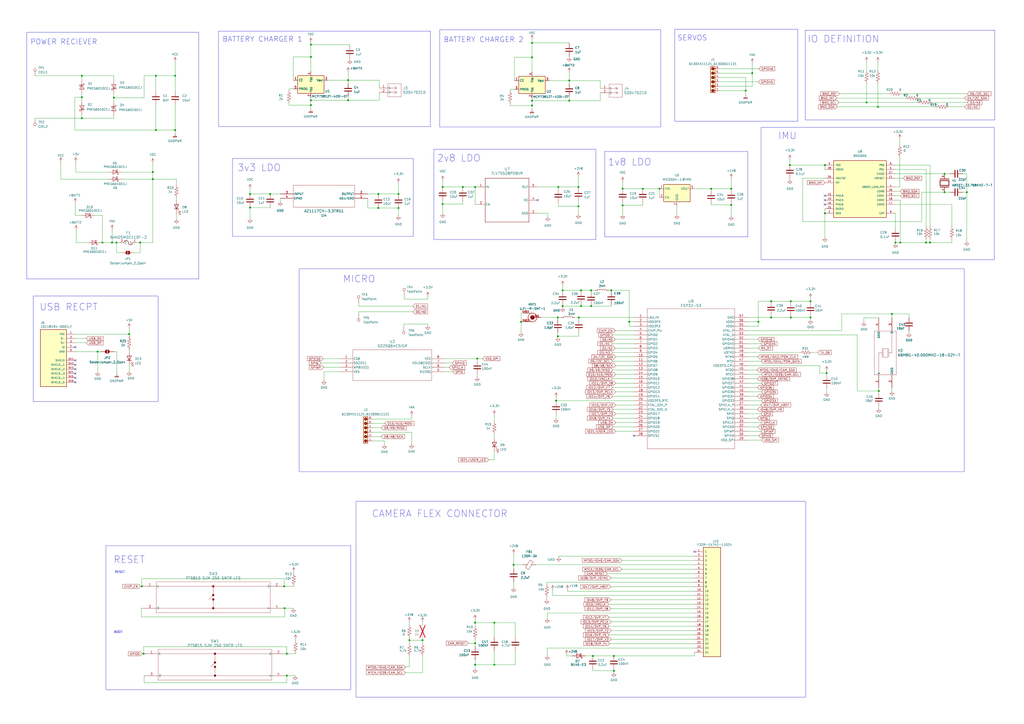
<source format=kicad_sch>
(kicad_sch (version 20250114) (generator "eeschema") (generator_version "9.0")
  (paper "A2")
  (title_block (title "VineRobot Gen2 Outer Board Sense + Power"))
  (rectangle (start 255.016 17.272) (end 383.286 73.66))
  (rectangle (start 173.482 155.956) (end 559.308 273.558))
  (rectangle (start 61.468 316.484) (end 203.454 400.05))
  (rectangle (start 350.774 87.884) (end 433.832 137.414))
  (rectangle (start 134.874 91.948) (end 239.776 137.16))
  (rectangle (start 19.304 171.704) (end 91.694 232.918))
  (rectangle (start 441.452 73.914) (end 576.834 150.622))
  (rectangle (start 126.746 18.034) (end 249.682 73.406))
  (rectangle (start 15.494 18.796) (end 115.316 161.798))
  (rectangle (start 206.502 290.83) (end 467.36 404.368))
  (rectangle (start 391.414 17.018) (end 462.788 70.358))
  (rectangle (start 251.714 86.614) (end 345.694 138.938))
  (rectangle (start 467.106 17.526) (end 577.088 69.596))
  (text "CAMERA FLEX CONNECTOR\n" (at 215.646 300.482 0) (effects (font (size 4 4)) (justify left bottom)))
  (text "RESET" (at 65.786 327.152 0) (effects (font (size 4 4)) (justify left bottom)))
  (text "IMU" (at 451.358 81.28 0) (effects (font (size 4 4)) (justify left bottom)))
  (text "POWER RECIEVER" (at 17.526 26.162 0) (effects (font (size 3 3)) (justify left bottom)))
  (text "MICRO" (at 198.882 164.338 0) (effects (font (size 4 4)) (justify left bottom)))
  (text "RESET" (at 66.548 332.74 0) (effects (font (size 1.27 1.27)) (justify left bottom)))
  (text "1v8 LDO" (at 352.552 96.52 0) (effects (font (size 4 4)) (justify left bottom)))
  (text "USB RECPT" (at 22.86 180.594 0) (effects (font (size 4 4)) (justify left bottom)))
  (text "BOOT" (at 66.04 367.538 0) (effects (font (size 1.27 1.27)) (justify left bottom)))
  (text "SERVOS" (at 392.938 23.876 0) (effects (font (size 3 3)) (justify left bottom)))
  (text "BATTERY CHARGER 1" (at 129.032 24.638 0) (effects (font (size 3 3)) (justify left bottom)))
  (text "BATTERY CHARGER 2" (at 257.302 24.892 0) (effects (font (size 3 3)) (justify left bottom)))
  (text "IO DEFINITION" (at 468.376 25.146 0) (effects (font (size 4 4)) (justify left bottom)))
  (text "2v8 LDO" (at 253.492 94.234 0) (effects (font (size 4 4)) (justify left bottom)))
  (text "3v3 LDO\n" (at 137.668 99.822 0) (effects (font (size 4 4)) (justify left bottom)))
  (junction (at 356.108 389.128))
  (junction (at 286.766 385.572))
  (junction (at 66.04 56.642))
  (junction (at 424.18 118.872))
  (junction (at 560.832 111.506))
  (junction (at 286.766 361.188))
  (junction (at 275.59 373.126))
  (junction (at 432.562 52.578))
  (junction (at 424.18 109.474))
  (junction (at 166.37 379.222))
  (junction (at 245.11 371.348))
  (junction (at 372.872 109.474))
  (junction (at 547.878 100.838))
  (junction (at 342.9 168.402))
  (junction (at 335.534 108.458))
  (junction (at 330.2 58.42))
  (junction (at 447.294 184.15))
  (junction (at 180.34 60.96))
  (junction (at 81.28 140.716))
  (junction (at 47.498 43.942))
  (junction (at 361.188 119.126))
  (junction (at 256.794 118.364))
  (junction (at 470.154 184.15))
  (junction (at 522.224 140.716))
  (junction (at 180.34 25.908))
  (junction (at 509.778 226.822))
  (junction (at 201.93 46.482))
  (junction (at 101.6 43.942))
  (junction (at 364.998 186.69))
  (junction (at 180.34 58.166))
  (junction (at 337.058 177.546))
  (junction (at 478.536 95.758))
  (junction (at 47.498 56.388))
  (junction (at 537.21 140.716))
  (junction (at 361.188 109.474))
  (junction (at 308.61 58.42))
  (junction (at 101.6 75.438))
  (junction (at 83.312 379.222))
  (junction (at 330.2 46.736))
  (junction (at 219.456 112.522))
  (junction (at 308.61 33.274))
  (junction (at 67.564 140.716))
  (junction (at 308.61 24.892))
  (junction (at 88.646 99.822))
  (junction (at 470.154 174.752))
  (junction (at 458.216 95.758))
  (junction (at 509.27 61.976))
  (junction (at 436.372 42.418))
  (junction (at 180.34 33.02))
  (junction (at 237.49 371.348))
  (junction (at 439.928 186.69))
  (junction (at 343.916 380.492))
  (junction (at 156.718 112.522))
  (junction (at 297.942 327.66))
  (junction (at 335.534 119.634))
  (junction (at 82.296 340.106))
  (junction (at 145.034 112.522))
  (junction (at 478.536 123.698))
  (junction (at 323.596 195.072))
  (junction (at 335.788 184.15))
  (junction (at 201.93 58.166))
  (junction (at 165.1 352.806))
  (junction (at 90.424 75.438))
  (junction (at 539.496 140.716))
  (junction (at 145.034 120.396))
  (junction (at 326.39 177.546))
  (junction (at 308.61 61.214))
  (junction (at 219.456 120.65))
  (junction (at 322.58 232.41))
  (junction (at 74.93 193.802))
  (junction (at 47.498 68.58))
  (junction (at 502.666 59.436))
  (junction (at 65.024 140.716))
  (junction (at 519.43 140.716))
  (junction (at 276.86 208.026))
  (junction (at 356.108 380.492))
  (junction (at 302.26 186.69))
  (junction (at 231.14 120.65))
  (junction (at 231.14 112.522))
  (junction (at 90.424 43.942))
  (junction (at 458.724 174.752))
  (junction (at 382.524 109.474))
  (junction (at 412.496 109.474))
  (junction (at 447.294 174.752))
  (junction (at 166.37 391.922))
  (junction (at 56.642 203.962))
  (junction (at 517.398 182.118))
  (junction (at 164.846 340.106))
  (junction (at 354.584 168.402))
  (junction (at 458.724 184.15))
  (junction (at 275.59 108.458))
  (junction (at 275.59 361.188))
  (junction (at 323.85 108.458))
  (junction (at 88.646 103.886))
  (junction (at 342.9 177.546))
  (junction (at 479.552 216.408))
  (junction (at 337.058 168.402))
  (junction (at 326.39 168.402))
  (junction (at 59.436 140.716))
  (junction (at 256.794 108.458))
  (junction (at 323.596 184.15))
  (junction (at 268.478 108.458))
  (junction (at 547.878 111.506))
  (junction (at 275.59 385.572))
  (no_connect (at 43.688 219.202))
  (no_connect (at 43.688 209.042))
  (no_connect (at 367.792 252.73))
  (no_connect (at 478.536 116.078))
  (no_connect (at 43.688 216.662))
  (no_connect (at 43.688 201.422))
  (no_connect (at 43.688 211.582))
  (no_connect (at 43.688 221.742))
  (no_connect (at 478.536 113.538))
  (no_connect (at 402.844 320.04))
  (no_connect (at 43.688 214.122))
  (no_connect (at 311.912 116.078))
  (no_connect (at 478.536 118.618))
  (wire (pts (xy 302.26 186.69) (xy 302.26 192.786)))
  (wire (pts (xy 354.33 347.98) (xy 402.844 347.98)))
  (wire (pts (xy 180.34 63.5) (xy 180.34 60.96)))
  (wire (pts (xy 534.67 128.524) (xy 534.67 111.506)))
  (wire (pts (xy 523.24 54.356) (xy 561.086 54.356)))
  (wire (pts (xy 440.182 252.73) (xy 433.832 252.73)))
  (wire (pts (xy 486.664 59.436) (xy 502.666 59.436)))
  (wire (pts (xy 238.76 243.078) (xy 238.76 241.046)))
  (wire (pts (xy 258.064 213.106) (xy 260.604 213.106)))
  (wire (pts (xy 527.304 193.04) (xy 527.304 192.024)))
  (wire (pts (xy 102.362 107.188) (xy 102.362 103.886)))
  (wire (pts (xy 180.34 33.02) (xy 180.34 41.402)))
  (wire (pts (xy 441.452 250.19) (xy 433.832 250.19)))
  (wire (pts (xy 433.832 186.69) (xy 439.928 186.69)))
  (wire (pts (xy 90.424 60.706) (xy 90.424 75.438)))
  (wire (pts (xy 519.43 141.224) (xy 519.43 140.716)))
  (wire (pts (xy 342.9 177.546) (xy 354.584 177.546)))
  (wire (pts (xy 231.14 112.522) (xy 231.14 113.03)))
  (wire (pts (xy 88.646 99.822) (xy 88.646 103.886)))
  (wire (pts (xy 74.93 202.692) (xy 74.93 203.962)))
  (wire (pts (xy 502.666 59.436) (xy 502.666 48.514)))
  (wire (pts (xy 145.034 112.522) (xy 156.718 112.522)))
  (wire (pts (xy 519.43 140.716) (xy 522.224 140.716)))
  (wire (pts (xy 47.498 46.736) (xy 47.498 43.942)))
  (wire (pts (xy 353.568 373.38) (xy 402.844 373.38)))
  (wire (pts (xy 102.362 123.698) (xy 102.362 127)))
  (wire (pts (xy 81.534 340.106) (xy 82.296 340.106)))
  (wire (pts (xy 436.372 50.038) (xy 436.372 42.418)))
  (wire (pts (xy 276.86 208.026) (xy 279.908 208.026)))
  (wire (pts (xy 166.37 395.986) (xy 166.37 391.922)))
  (wire (pts (xy 295.91 51.816) (xy 298.45 51.816)))
  (wire (pts (xy 488.188 182.118) (xy 488.188 191.77)))
  (wire (pts (xy 201.93 58.166) (xy 219.964 58.166)))
  (wire (pts (xy 519.43 123.698) (xy 519.176 123.698)))
  (wire (pts (xy 360.68 325.12) (xy 402.844 325.12)))
  (wire (pts (xy 67.818 203.962) (xy 67.818 216.916)))
  (wire (pts (xy 354.584 365.76) (xy 402.844 365.76)))
  (wire (pts (xy 330.2 58.42) (xy 308.61 58.42)))
  (wire (pts (xy 357.124 222.25) (xy 367.792 222.25)))
  (wire (pts (xy 286.766 266.7) (xy 286.766 261.62)))
  (wire (pts (xy 356.87 201.93) (xy 367.792 201.93)))
  (wire (pts (xy 441.706 217.17) (xy 433.832 217.17)))
  (wire (pts (xy 65.024 133.096) (xy 65.024 140.716)))
  (wire (pts (xy 439.42 237.49) (xy 433.832 237.49)))
  (wire (pts (xy 165.354 379.222) (xy 166.37 379.222)))
  (wire (pts (xy 470.154 185.42) (xy 470.154 184.15)))
  (wire (pts (xy 322.58 240.538) (xy 322.58 242.824)))
  (wire (pts (xy 326.39 177.546) (xy 326.39 176.784)))
  (wire (pts (xy 223.266 245.618) (xy 215.9 245.618)))
  (wire (pts (xy 324.104 323.088) (xy 324.104 322.58)))
  (wire (pts (xy 166.37 375.158) (xy 166.37 379.222)))
  (wire (pts (xy 223.012 255.778) (xy 215.9 255.778)))
  (wire (pts (xy 317.5 355.6) (xy 402.844 355.6)))
  (wire (pts (xy 83.312 379.222) (xy 84.074 379.222)))
  (wire (pts (xy 82.296 340.106) (xy 82.296 335.788)))
  (wire (pts (xy 424.18 103.378) (xy 424.18 109.474)))
  (wire (pts (xy 83.566 391.922) (xy 83.566 395.986)))
  (wire (pts (xy 317.246 346.456) (xy 317.246 347.726)))
  (wire (pts (xy 47.498 68.58) (xy 66.04 68.58)))
  (wire (pts (xy 275.59 108.458) (xy 276.352 108.458)))
  (wire (pts (xy 355.346 229.87) (xy 367.792 229.87)))
  (wire (pts (xy 235.204 386.842) (xy 235.204 387.096)))
  (wire (pts (xy 560.832 139.954) (xy 560.832 111.506)))
  (wire (pts (xy 330.2 46.736) (xy 330.2 41.91)))
  (wire (pts (xy 145.034 109.474) (xy 145.034 112.522)))
  (wire (pts (xy 275.59 385.572) (xy 286.766 385.572)))
  (wire (pts (xy 539.496 131.318) (xy 539.496 95.758)))
  (wire (pts (xy 441.198 234.95) (xy 433.832 234.95)))
  (wire (pts (xy 90.424 53.086) (xy 90.424 43.942)))
  (wire (pts (xy 522.224 140.716) (xy 537.21 140.716)))
  (wire (pts (xy 20.32 68.834) (xy 20.32 68.58)))
  (wire (pts (xy 268.478 118.364) (xy 256.794 118.364)))
  (wire (pts (xy 286.766 385.572) (xy 298.958 385.572)))
  (wire (pts (xy 170.18 33.02) (xy 170.18 46.482)))
  (wire (pts (xy 367.792 189.23) (xy 364.998 189.23)))
  (wire (pts (xy 88.646 103.886) (xy 88.646 140.716)))
  (wire (pts (xy 357.124 240.03) (xy 367.792 240.03)))
  (wire (pts (xy 509.778 225.044) (xy 509.778 226.822)))
  (wire (pts (xy 354.33 340.36) (xy 402.844 340.36)))
  (wire (pts (xy 367.792 245.11) (xy 357.124 245.11)))
  (wire (pts (xy 43.434 56.388) (xy 47.498 56.388)))
  (wire (pts (xy 47.498 43.942) (xy 66.04 43.942)))
  (wire (pts (xy 44.196 140.716) (xy 50.8 140.716)))
  (wire (pts (xy 479.552 216.408) (xy 479.552 217.678)))
  (wire (pts (xy 335.788 185.42) (xy 335.788 184.15)))
  (wire (pts (xy 342.9 168.402) (xy 345.44 168.402)))
  (wire (pts (xy 517.398 182.118) (xy 517.398 184.404)))
  (wire (pts (xy 275.59 118.618) (xy 276.352 118.618)))
  (wire (pts (xy 355.6 237.49) (xy 367.792 237.49)))
  (wire (pts (xy 412.496 109.474) (xy 424.18 109.474)))
  (wire (pts (xy 417.322 42.418) (xy 436.372 42.418)))
  (wire (pts (xy 43.688 124.968) (xy 47.244 124.968)))
  (wire (pts (xy 66.04 68.58) (xy 66.04 66.802)))
  (wire (pts (xy 439.928 174.752) (xy 447.294 174.752)))
  (wire (pts (xy 101.6 60.706) (xy 101.6 75.438)))
  (wire (pts (xy 354.584 177.546) (xy 354.584 176.784)))
  (wire (pts (xy 372.872 109.728) (xy 372.872 109.474)))
  (wire (pts (xy 335.534 108.458) (xy 335.534 109.22)))
  (wire (pts (xy 402.844 380.492) (xy 402.844 378.46)))
  (wire (pts (xy 47.498 56.388) (xy 47.498 58.674)))
  (wire (pts (xy 208.026 180.848) (xy 239.522 180.848)))
  (wire (pts (xy 308.61 61.214) (xy 308.61 58.42)))
  (wire (pts (xy 47.498 56.388) (xy 47.498 54.356)))
  (wire (pts (xy 90.424 43.942) (xy 101.6 43.942)))
  (wire (pts (xy 47.498 66.294) (xy 47.498 68.58)))
  (wire (pts (xy 59.436 124.968) (xy 59.436 140.716)))
  (wire (pts (xy 275.59 382.778) (xy 275.59 385.572)))
  (wire (pts (xy 330.2 56.134) (xy 330.2 58.42)))
  (wire (pts (xy 271.78 373.126) (xy 275.59 373.126)))
  (wire (pts (xy 83.566 43.942) (xy 83.566 56.642)))
  (wire (pts (xy 162.56 116.84) (xy 162.56 115.062)))
  (wire (pts (xy 524.002 103.378) (xy 519.176 103.378)))
  (wire (pts (xy 256.794 118.364) (xy 256.794 116.586)))
  (wire (pts (xy 35.306 103.886) (xy 62.992 103.886)))
  (wire (pts (xy 82.042 352.806) (xy 82.042 357.886)))
  (wire (pts (xy 275.59 387.858) (xy 275.59 385.572)))
  (wire (pts (xy 275.59 373.126) (xy 275.59 375.158)))
  (wire (pts (xy 335.788 195.072) (xy 323.596 195.072)))
  (wire (pts (xy 354.584 360.68) (xy 402.844 360.68)))
  (wire (pts (xy 356.108 380.492) (xy 402.844 380.492)))
  (wire (pts (xy 527.304 182.118) (xy 517.398 182.118)))
  (wire (pts (xy 502.666 59.436) (xy 532.638 59.436)))
  (wire (pts (xy 295.91 60.198) (xy 295.91 61.214)))
  (wire (pts (xy 433.832 212.09) (xy 475.488 212.09)))
  (wire (pts (xy 509.778 226.822) (xy 509.778 228.092)))
  (wire (pts (xy 361.188 109.474) (xy 372.872 109.474)))
  (wire (pts (xy 533.146 56.896) (xy 559.562 56.896)))
  (wire (pts (xy 248.158 187.96) (xy 234.188 187.96)))
  (wire (pts (xy 67.564 140.716) (xy 67.564 146.558)))
  (wire (pts (xy 201.93 55.88) (xy 201.93 58.166)))
  (wire (pts (xy 298.958 385.572) (xy 298.958 377.19)))
  (wire (pts (xy 245.11 371.348) (xy 245.11 370.078)))
  (wire (pts (xy 201.93 46.482) (xy 201.93 41.656)))
  (wire (pts (xy 343.916 380.492) (xy 356.108 380.492)))
  (wire (pts (xy 417.322 47.498) (xy 439.928 47.498)))
  (wire (pts (xy 302.26 181.61) (xy 302.26 186.69)))
  (wire (pts (xy 478.536 121.158) (xy 478.536 123.698)))
  (wire (pts (xy 156.718 120.396) (xy 145.034 120.396)))
  (wire (pts (xy 164.338 340.106) (xy 164.846 340.106)))
  (wire (pts (xy 275.59 361.188) (xy 275.59 363.22)))
  (wire (pts (xy 560.832 100.838) (xy 560.832 111.506)))
  (wire (pts (xy 337.058 168.402) (xy 342.9 168.402)))
  (wire (pts (xy 219.964 58.166) (xy 219.964 53.594)))
  (wire (pts (xy 326.39 178.308) (xy 326.39 177.546)))
  (wire (pts (xy 67.564 146.558) (xy 70.358 146.558)))
  (wire (pts (xy 522.224 113.538) (xy 519.176 113.538)))
  (wire (pts (xy 360.68 330.2) (xy 402.844 330.2)))
  (wire (pts (xy 187.96 215.646) (xy 187.96 220.472)))
  (wire (pts (xy 441.706 232.41) (xy 433.832 232.41)))
  (wire (pts (xy 190.5 46.482) (xy 201.93 46.482)))
  (wire (pts (xy 352.298 332.74) (xy 402.844 332.74)))
  (wire (pts (xy 354.584 168.402) (xy 354.584 169.164)))
  (wire (pts (xy 355.346 214.63) (xy 367.792 214.63)))
  (wire (pts (xy 258.064 208.026) (xy 276.86 208.026)))
  (wire (pts (xy 326.39 165.608) (xy 326.39 168.402)))
  (wire (pts (xy 88.646 94.488) (xy 88.646 99.822)))
  (wire (pts (xy 560.832 100.838) (xy 558.546 100.838)))
  (wire (pts (xy 297.942 329.946) (xy 297.942 327.66)))
  (wire (pts (xy 439.674 196.85) (xy 433.832 196.85)))
  (wire (pts (xy 82.296 340.106) (xy 83.058 340.106)))
  (wire (pts (xy 83.312 379.222) (xy 83.312 375.158)))
  (wire (pts (xy 488.188 182.118) (xy 517.398 182.118)))
  (wire (pts (xy 333.248 184.15) (xy 335.788 184.15)))
  (wire (pts (xy 245.11 360.68) (xy 245.11 362.458)))
  (wire (pts (xy 166.37 379.222) (xy 171.45 379.222)))
  (wire (pts (xy 219.456 112.522) (xy 231.14 112.522)))
  (wire (pts (xy 221.234 248.158) (xy 215.9 248.158)))
  (wire (pts (xy 215.9 243.078) (xy 238.76 243.078)))
  (wire (pts (xy 441.706 255.27) (xy 433.832 255.27)))
  (wire (pts (xy 256.794 108.458) (xy 256.794 108.966)))
  (wire (pts (xy 485.648 61.976) (xy 509.27 61.976)))
  (wire (pts (xy 286.766 251.968) (xy 286.766 254)))
  (wire (pts (xy 67.564 140.716) (xy 69.342 140.716)))
  (wire (pts (xy 552.196 138.938) (xy 552.196 140.716)))
  (wire (pts (xy 357.124 212.09) (xy 367.792 212.09)))
  (wire (pts (xy 237.49 371.348) (xy 237.49 373.126)))
  (wire (pts (xy 81.28 140.716) (xy 88.646 140.716)))
  (wire (pts (xy 268.478 116.586) (xy 268.478 118.364)))
  (wire (pts (xy 256.794 108.458) (xy 268.478 108.458)))
  (wire (pts (xy 170.18 33.02) (xy 180.34 33.02)))
  (wire (pts (xy 275.59 370.84) (xy 275.59 373.126)))
  (wire (pts (xy 439.42 229.87) (xy 433.832 229.87)))
  (wire (pts (xy 66.04 43.942) (xy 66.04 46.482)))
  (wire (pts (xy 485.394 56.896) (xy 525.526 56.896)))
  (wire (pts (xy 424.18 118.872) (xy 424.18 117.856)))
  (wire (pts (xy 323.596 195.072) (xy 323.596 195.58)))
  (wire (pts (xy 392.684 124.46) (xy 392.684 119.634)))
  (wire (pts (xy 208.026 177.546) (xy 208.026 175.514)))
  (wire (pts (xy 353.06 350.52) (xy 402.844 350.52)))
  (wire (pts (xy 539.496 138.938) (xy 539.496 140.716)))
  (wire (pts (xy 433.832 204.47) (xy 463.804 204.47)))
  (wire (pts (xy 433.832 189.23) (xy 439.928 189.23)))
  (wire (pts (xy 330.2 46.736) (xy 348.234 46.736)))
  (wire (pts (xy 335.534 116.84) (xy 335.534 119.634)))
  (wire (pts (xy 102.362 114.808) (xy 102.362 116.078)))
  (wire (pts (xy 298.45 33.274) (xy 298.45 46.736)))
  (wire (pts (xy 320.548 345.44) (xy 402.844 345.44)))
  (wire (pts (xy 342.9 169.418) (xy 342.9 168.402)))
  (wire (pts (xy 66.04 56.642) (xy 83.566 56.642)))
  (wire (pts (xy 335.788 184.15) (xy 367.792 184.15)))
  (wire (pts (xy 201.93 46.482) (xy 219.964 46.482)))
  (wire (pts (xy 83.058 352.806) (xy 82.042 352.806)))
  (wire (pts (xy 441.706 209.55) (xy 433.832 209.55)))
  (wire (pts (xy 165.1 352.806) (xy 170.18 352.806)))
  (wire (pts (xy 439.674 247.65) (xy 433.832 247.65)))
  (wire (pts (xy 356.87 191.77) (xy 367.792 191.77)))
  (wire (pts (xy 509.27 61.976) (xy 542.544 61.976)))
  (wire (pts (xy 355.346 199.39) (xy 367.792 199.39)))
  (wire (pts (xy 361.188 109.728) (xy 361.188 109.474)))
  (wire (pts (xy 355.346 209.55) (xy 367.792 209.55)))
  (wire (pts (xy 509.778 235.712) (xy 509.778 236.982)))
  (wire (pts (xy 372.872 109.474) (xy 382.524 109.474)))
  (wire (pts (xy 145.034 120.396) (xy 145.034 126.746)))
  (wire (pts (xy 219.964 46.482) (xy 219.964 51.054)))
  (wire (pts (xy 102.362 103.886) (xy 88.646 103.886)))
  (wire (pts (xy 208.026 182.372) (xy 208.026 180.848)))
  (wire (pts (xy 50.038 198.882) (xy 43.688 198.882)))
  (wire (pts (xy 187.452 208.026) (xy 197.104 208.026)))
  (wire (pts (xy 478.536 103.378) (xy 465.582 103.378)))
  (wire (pts (xy 74.93 211.582) (xy 74.93 215.392)))
  (wire (pts (xy 537.21 131.318) (xy 537.21 98.298)))
  (wire (pts (xy 297.942 327.66) (xy 303.276 327.66)))
  (wire (pts (xy 357.124 227.33) (xy 367.792 227.33)))
  (wire (pts (xy 83.566 395.986) (xy 166.37 395.986)))
  (wire (pts (xy 339.598 380.492) (xy 343.916 380.492)))
  (wire (pts (xy 465.582 128.524) (xy 534.67 128.524)))
  (wire (pts (xy 470.154 174.752) (xy 470.154 175.514)))
  (wire (pts (xy 361.188 119.126) (xy 361.188 117.348)))
  (wire (pts (xy 479.552 215.138) (xy 479.552 216.408)))
  (wire (pts (xy 439.42 219.71) (xy 433.832 219.71)))
  (wire (pts (xy 382.524 109.474) (xy 382.524 114.554)))
  (wire (pts (xy 171.45 370.84) (xy 171.45 371.602)))
  (wire (pts (xy 353.06 168.402) (xy 354.584 168.402)))
  (wire (pts (xy 343.916 389.128) (xy 356.108 389.128)))
  (wire (pts (xy 357.124 217.17) (xy 367.792 217.17)))
  (wire (pts (xy 84.074 391.922) (xy 83.566 391.922)))
  (wire (pts (xy 547.878 111.506) (xy 547.878 111.252)))
  (wire (pts (xy 308.61 24.892) (xy 308.61 33.274)))
  (wire (pts (xy 167.64 60.96) (xy 180.34 60.96)))
  (wire (pts (xy 317.754 123.698) (xy 317.754 125.73)))
  (wire (pts (xy 74.93 195.072) (xy 74.93 193.802)))
  (wire (pts (xy 447.294 174.752) (xy 447.294 175.26)))
  (wire (pts (xy 436.372 36.576) (xy 436.372 42.418)))
  (wire (pts (xy 441.706 227.33) (xy 433.832 227.33)))
  (wire (pts (xy 424.18 125.222) (xy 424.18 118.872)))
  (wire (pts (xy 302.26 181.61) (xy 303.784 181.61)))
  (wire (pts (xy 317.5 375.92) (xy 402.844 375.92)))
  (wire (pts (xy 356.108 388.112) (xy 356.108 389.128)))
  (wire (pts (xy 101.6 75.438) (xy 90.424 75.438)))
  (wire (pts (xy 43.942 99.822) (xy 43.942 93.98)))
  (wire (pts (xy 297.942 321.31) (xy 297.942 327.66)))
  (wire (pts (xy 355.346 204.47) (xy 367.792 204.47)))
  (wire (pts (xy 441.452 245.11) (xy 433.832 245.11)))
  (wire (pts (xy 268.478 108.458) (xy 275.59 108.458)))
  (wire (pts (xy 70.612 103.886) (xy 88.646 103.886)))
  (wire (pts (xy 43.434 75.438) (xy 90.424 75.438)))
  (wire (pts (xy 519.43 139.954) (xy 519.43 140.716)))
  (wire (pts (xy 337.058 168.91) (xy 337.058 168.402)))
  (wire (pts (xy 441.452 199.39) (xy 433.832 199.39)))
  (wire (pts (xy 402.844 109.474) (xy 412.496 109.474)))
  (wire (pts (xy 509.27 35.814) (xy 509.27 40.894)))
  (wire (pts (xy 361.188 105.41) (xy 361.188 109.474)))
  (wire (pts (xy 234.442 171.196) (xy 234.442 173.482)))
  (wire (pts (xy 367.792 247.65) (xy 355.6 247.65)))
  (wire (pts (xy 519.176 116.078) (xy 522.224 116.078)))
  (wire (pts (xy 201.93 48.26) (xy 201.93 46.482)))
  (wire (pts (xy 439.166 214.63) (xy 433.832 214.63)))
  (wire (pts (xy 167.64 52.324) (xy 167.64 51.562)))
  (wire (pts (xy 354.33 335.28) (xy 402.844 335.28)))
  (wire (pts (xy 361.188 124.46) (xy 361.188 119.126)))
  (wire (pts (xy 337.058 177.546) (xy 342.9 177.546)))
  (wire (pts (xy 215.9 250.698) (xy 238.76 250.698)))
  (wire (pts (xy 478.536 123.698) (xy 478.536 137.668)))
  (wire (pts (xy 237.49 360.68) (xy 237.49 362.458)))
  (wire (pts (xy 58.42 140.716) (xy 59.436 140.716)))
  (wire (pts (xy 441.452 240.03) (xy 433.832 240.03)))
  (wire (pts (xy 201.93 58.166) (xy 180.34 58.166)))
  (wire (pts (xy 547.878 100.838) (xy 547.878 101.092)))
  (wire (pts (xy 519.43 123.698) (xy 519.43 132.334)))
  (wire (pts (xy 458.724 174.752) (xy 470.154 174.752)))
  (wire (pts (xy 471.424 204.47) (xy 474.218 204.47)))
  (wire (pts (xy 70.612 99.822) (xy 88.646 99.822)))
  (wire (pts (xy 83.566 43.942) (xy 90.424 43.942)))
  (wire (pts (xy 56.642 203.962) (xy 43.688 203.962)))
  (wire (pts (xy 355.346 224.79) (xy 367.792 224.79)))
  (wire (pts (xy 367.792 232.41) (xy 322.58 232.41)))
  (wire (pts (xy 356.108 389.128) (xy 356.108 390.144)))
  (wire (pts (xy 412.496 118.872) (xy 412.496 118.11)))
  (wire (pts (xy 458.216 104.14) (xy 458.216 103.378)))
  (wire (pts (xy 286.766 377.19) (xy 286.766 385.572)))
  (wire (pts (xy 323.85 108.458) (xy 323.85 109.728)))
  (wire (pts (xy 439.674 207.01) (xy 433.832 207.01)))
  (wire (pts (xy 219.456 112.522) (xy 219.456 113.03)))
  (wire (pts (xy 458.724 184.15) (xy 470.154 184.15)))
  (wire (pts (xy 355.346 194.31) (xy 367.792 194.31)))
  (wire (pts (xy 65.024 140.716) (xy 67.564 140.716)))
  (wire (pts (xy 213.36 115.062) (xy 213.36 120.65)))
  (wire (pts (xy 308.61 24.892) (xy 330.2 24.892)))
  (wire (pts (xy 286.766 361.188) (xy 298.958 361.188)))
  (wire (pts (xy 234.188 187.96) (xy 234.188 189.738)))
  (wire (pts (xy 486.918 54.356) (xy 515.62 54.356)))
  (wire (pts (xy 223.012 257.81) (xy 223.012 255.778)))
  (wire (pts (xy 337.058 168.402) (xy 326.39 168.402)))
  (wire (pts (xy 317.5 380.238) (xy 317.5 375.92)))
  (wire (pts (xy 323.85 108.458) (xy 335.534 108.458)))
  (wire (pts (xy 335.788 195.072) (xy 335.788 193.04)))
  (wire (pts (xy 20.32 68.58) (xy 47.498 68.58)))
  (wire (pts (xy 330.2 48.514) (xy 330.2 46.736)))
  (wire (pts (xy 441.706 222.25) (xy 433.832 222.25)))
  (wire (pts (xy 470.154 183.134) (xy 470.154 184.15)))
  (wire (pts (xy 322.58 232.41) (xy 322.58 232.918)))
  (wire (pts (xy 458.216 95.758) (xy 458.216 92.456)))
  (wire (pts (xy 364.998 189.23) (xy 364.998 186.69)))
  (wire (pts (xy 66.04 203.962) (xy 67.818 203.962)))
  (wire (pts (xy 458.724 183.134) (xy 458.724 184.15)))
  (wire (pts (xy 313.944 184.15) (xy 323.596 184.15)))
  (wire (pts (xy 521.97 91.44) (xy 521.97 108.458)))
  (wire (pts (xy 355.346 219.71) (xy 367.792 219.71)))
  (wire (pts (xy 432.562 52.578) (xy 432.562 55.372)))
  (wire (pts (xy 364.998 186.69) (xy 367.792 186.69)))
  (wire (pts (xy 439.928 174.752) (xy 439.928 186.69)))
  (wire (pts (xy 54.864 124.968) (xy 59.436 124.968)))
  (wire (pts (xy 221.234 253.238) (xy 215.9 253.238)))
  (wire (pts (xy 50.038 196.342) (xy 43.688 196.342)))
  (wire (pts (xy 43.434 75.438) (xy 43.434 56.388)))
  (wire (pts (xy 258.064 210.566) (xy 262.382 210.566)))
  (wire (pts (xy 447.294 182.88) (xy 447.294 184.15)))
  (wire (pts (xy 165.1 357.886) (xy 165.1 352.806)))
  (wire (pts (xy 417.322 52.578) (xy 432.562 52.578)))
  (wire (pts (xy 357.124 207.01) (xy 367.792 207.01)))
  (wire (pts (xy 308.61 22.86) (xy 308.61 24.892)))
  (wire (pts (xy 180.34 25.908) (xy 180.34 33.02)))
  (wire (pts (xy 237.49 386.842) (xy 237.49 380.746)))
  (wire (pts (xy 81.28 146.558) (xy 81.28 140.716)))
  (wire (pts (xy 258.064 215.646) (xy 262.636 215.646)))
  (wire (pts (xy 547.878 100.838) (xy 550.926 100.838)))
  (wire (pts (xy 82.296 335.788) (xy 164.846 335.788)))
  (wire (pts (xy 475.488 216.408) (xy 479.552 216.408)))
  (wire (pts (xy 540.258 59.436) (xy 561.086 59.436)))
  (wire (pts (xy 275.59 108.458) (xy 275.59 118.618)))
  (wire (pts (xy 213.36 112.522) (xy 219.456 112.522)))
  (wire (pts (xy 310.896 327.66) (xy 402.844 327.66)))
  (wire (pts (xy 372.872 117.348) (xy 372.872 119.126)))
  (wire (pts (xy 353.314 363.22) (xy 402.844 363.22)))
  (wire (pts (xy 66.04 56.642) (xy 66.04 54.102)))
  (wire (pts (xy 197.104 215.646) (xy 187.96 215.646)))
  (wire (pts (xy 166.37 391.922) (xy 171.196 391.922)))
  (wire (pts (xy 519.176 98.298) (xy 537.21 98.298)))
  (wire (pts (xy 522.224 110.998) (xy 519.176 110.998)))
  (wire (pts (xy 353.314 358.14) (xy 402.844 358.14)))
  (wire (pts (xy 521.97 80.518) (xy 521.97 83.82)))
  (wire (pts (xy 77.978 146.558) (xy 81.28 146.558)))
  (wire (pts (xy 245.11 390.144) (xy 245.11 380.746)))
  (wire (pts (xy 343.916 388.112) (xy 343.916 389.128)))
  (wire (pts (xy 256.794 104.648) (xy 256.794 108.458)))
  (wire (pts (xy 320.548 342.138) (xy 320.548 345.44)))
  (wire (pts (xy 101.6 35.814) (xy 101.6 43.942)))
  (wire (pts (xy 519.176 100.838) (xy 547.878 100.838)))
  (wire (pts (xy 433.832 184.15) (xy 447.294 184.15)))
  (wire (pts (xy 248.158 173.482) (xy 248.158 171.958)))
  (wire (pts (xy 547.878 111.506) (xy 550.926 111.506)))
  (wire (pts (xy 180.34 58.166) (xy 180.34 56.642)))
  (wire (pts (xy 276.86 218.694) (xy 276.86 216.916)))
  (wire (pts (xy 479.552 225.298) (xy 479.552 227.584)))
  (wire (pts (xy 234.442 173.482) (xy 248.158 173.482)))
  (wire (pts (xy 286.766 361.188) (xy 275.59 361.188)))
  (wire (pts (xy 447.294 184.15) (xy 458.724 184.15)))
  (wire (pts (xy 231.14 106.172) (xy 231.14 112.522)))
  (wire (pts (xy 364.998 168.402) (xy 364.998 186.69)))
  (wire (pts (xy 167.64 59.944) (xy 167.64 60.96)))
  (wire (pts (xy 355.6 242.57) (xy 367.792 242.57)))
  (wire (pts (xy 323.85 119.634) (xy 335.534 119.634)))
  (wire (pts (xy 231.14 124.968) (xy 231.14 120.65)))
  (wire (pts (xy 497.332 194.31) (xy 497.332 226.822)))
  (wire (pts (xy 447.294 174.752) (xy 458.724 174.752)))
  (wire (pts (xy 79.502 140.716) (xy 81.28 140.716)))
  (wire (pts (xy 237.49 370.078) (xy 237.49 371.348)))
  (wire (pts (xy 539.496 140.716) (xy 552.196 140.716)))
  (wire (pts (xy 348.234 46.736) (xy 348.234 51.308)))
  (wire (pts (xy 552.196 118.618) (xy 552.196 131.318)))
  (wire (pts (xy 164.846 340.106) (xy 170.434 340.106)))
  (wire (pts (xy 330.2 58.42) (xy 348.234 58.42)))
  (wire (pts (xy 537.21 140.716) (xy 539.496 140.716)))
  (wire (pts (xy 417.322 44.958) (xy 432.562 44.958)))
  (wire (pts (xy 164.338 352.806) (xy 165.1 352.806)))
  (wire (pts (xy 43.688 193.802) (xy 74.93 193.802)))
  (wire (pts (xy 497.332 194.31) (xy 433.832 194.31)))
  (wire (pts (xy 509.27 61.976) (xy 509.27 48.514)))
  (wire (pts (xy 317.5 358.648) (xy 317.5 355.6)))
  (wire (pts (xy 509.778 184.404) (xy 501.142 184.404)))
  (wire (pts (xy 465.582 103.378) (xy 465.582 128.524)))
  (wire (pts (xy 342.9 177.038) (xy 342.9 177.546)))
  (wire (pts (xy 329.184 342.138) (xy 329.184 342.9)))
  (wire (pts (xy 44.196 133.35) (xy 44.196 140.716)))
  (wire (pts (xy 517.398 226.822) (xy 517.398 225.044)))
  (wire (pts (xy 475.488 212.09) (xy 475.488 216.408)))
  (wire (pts (xy 470.154 172.974) (xy 470.154 174.752)))
  (wire (pts (xy 283.464 266.7) (xy 286.766 266.7)))
  (wire (pts (xy 501.142 184.404) (xy 501.142 186.69)))
  (wire (pts (xy 202.946 34.036) (xy 202.946 34.544)))
  (wire (pts (xy 275.59 359.41) (xy 275.59 361.188)))
  (wire (pts (xy 478.536 95.758) (xy 478.536 98.298)))
  (wire (pts (xy 59.436 140.716) (xy 65.024 140.716)))
  (wire (pts (xy 311.912 123.698) (xy 317.754 123.698)))
  (wire (pts (xy 298.958 369.57) (xy 298.958 361.188)))
  (wire (pts (xy 295.91 61.214) (xy 308.61 61.214)))
  (wire (pts (xy 317.246 337.82) (xy 402.844 337.82)))
  (wire (pts (xy 170.434 331.724) (xy 170.434 332.486)))
  (wire (pts (xy 56.642 215.646) (xy 56.642 203.962)))
  (wire (pts (xy 180.34 25.908) (xy 202.946 25.908)))
  (wire (pts (xy 165.354 391.922) (xy 166.37 391.922)))
  (wire (pts (xy 268.478 108.458) (xy 268.478 108.966)))
  (wire (pts (xy 330.2 24.892) (xy 330.2 25.146)))
  (wire (pts (xy 323.85 117.348) (xy 323.85 119.634)))
  (wire (pts (xy 519.176 95.758) (xy 539.496 95.758)))
  (wire (pts (xy 439.42 224.79) (xy 433.832 224.79)))
  (wire (pts (xy 164.846 335.788) (xy 164.846 340.106)))
  (wire (pts (xy 323.596 185.42) (xy 323.596 184.15)))
  (wire (pts (xy 295.91 52.578) (xy 295.91 51.816)))
  (wire (pts (xy 497.332 226.822) (xy 509.778 226.822)))
  (wire (pts (xy 354.33 353.06) (xy 402.844 353.06)))
  (wire (pts (xy 311.912 108.458) (xy 323.85 108.458)))
  (wire (pts (xy 322.58 230.378) (xy 322.58 232.41)))
  (wire (pts (xy 167.64 51.562) (xy 170.18 51.562)))
  (wire (pts (xy 308.61 63.754) (xy 308.61 61.214)))
  (wire (pts (xy 424.18 109.474) (xy 424.18 110.236)))
  (wire (pts (xy 433.832 191.77) (xy 488.188 191.77)))
  (wire (pts (xy 286.766 240.792) (xy 286.766 244.348)))
  (wire (pts (xy 439.928 201.93) (xy 433.832 201.93)))
  (wire (pts (xy 145.034 120.142) (xy 145.034 120.396)))
  (wire (pts (xy 186.182 210.566) (xy 197.104 210.566)))
  (wire (pts (xy 237.49 371.348) (xy 245.11 371.348)))
  (wire (pts (xy 527.304 182.118) (xy 527.304 184.404)))
  (wire (pts (xy 43.942 99.822) (xy 62.992 99.822)))
  (wire (pts (xy 66.04 59.182) (xy 66.04 56.642)))
  (wire (pts (xy 348.234 58.42) (xy 348.234 53.848)))
  (wire (pts (xy 245.11 373.126) (xy 245.11 371.348)))
  (wire (pts (xy 156.718 120.396) (xy 156.718 120.142)))
  (wire (pts (xy 101.6 43.942) (xy 101.6 53.086)))
  (wire (pts (xy 101.6 77.724) (xy 101.6 75.438)))
  (wire (pts (xy 180.34 24.638) (xy 180.34 25.908)))
  (wire (pts (xy 318.77 46.736) (xy 330.2 46.736)))
  (wire (pts (xy 432.562 44.958) (xy 432.562 52.578)))
  (wire (pts (xy 202.946 25.908) (xy 202.946 26.416)))
  (wire (pts (xy 412.496 109.474) (xy 412.496 110.49)))
  (wire (pts (xy 238.76 250.698) (xy 238.76 257.556)))
  (wire (pts (xy 208.026 177.546) (xy 239.522 177.546)))
  (wire (pts (xy 83.312 375.158) (xy 166.37 375.158)))
  (wire (pts (xy 20.32 43.942) (xy 47.498 43.942)))
  (wire (pts (xy 335.534 102.362) (xy 335.534 108.458)))
  (wire (pts (xy 187.706 213.106) (xy 197.104 213.106)))
  (wire (pts (xy 326.39 168.402) (xy 326.39 169.164)))
  (wire (pts (xy 180.34 60.96) (xy 180.34 58.166)))
  (wire (pts (xy 235.204 390.144) (xy 245.11 390.144)))
  (wire (pts (xy 329.184 342.9) (xy 402.844 342.9)))
  (wire (pts (xy 328.676 380.492) (xy 331.978 380.492)))
  (wire (pts (xy 35.306 103.886) (xy 35.306 93.98)))
  (wire (pts (xy 317.246 338.836) (xy 317.246 337.82)))
  (wire (pts (xy 522.224 116.078) (xy 522.224 140.716)))
  (wire (pts (xy 439.42 242.57) (xy 433.832 242.57)))
  (wire (pts (xy 43.688 117.602) (xy 43.688 124.968)))
  (wire (pts (xy 337.058 176.53) (xy 337.058 177.546)))
  (wire (pts (xy 213.36 120.65) (xy 219.456 120.65)))
  (wire (pts (xy 502.666 35.814) (xy 502.666 40.894)))
  (wire (pts (xy 325.628 184.15) (xy 323.596 184.15)))
  (wire (pts (xy 82.55 379.222) (xy 83.312 379.222)))
  (wire (pts (xy 330.2 32.766) (xy 330.2 33.02)))
  (wire (pts (xy 308.61 33.274) (xy 308.61 41.656)))
  (wire (pts (xy 256.794 123.698) (xy 256.794 118.364)))
  (wire (pts (xy 82.042 357.886) (xy 165.1 357.886)))
  (wire (pts (xy 326.39 177.546) (xy 337.058 177.546)))
  (wire (pts (xy 458.216 95.758) (xy 478.536 95.758)))
  (wire (pts (xy 519.176 108.458) (xy 521.97 108.458)))
  (wire (pts (xy 56.642 203.962) (xy 58.42 203.962)))
  (wire (pts (xy 439.928 186.69) (xy 439.928 189.23)))
  (wire (pts (xy 248.158 188.722) (xy 248.158 187.96)))
  (wire (pts (xy 412.496 118.872) (xy 424.18 118.872)))
  (wire (pts (xy 354.584 168.402) (xy 364.998 168.402)))
  (wire (pts (xy 356.87 196.85) (xy 367.792 196.85)))
  (wire (pts (xy 537.21 138.938) (xy 537.21 140.716)))
  (wire (pts (xy 297.942 340.868) (xy 297.942 337.566)))
  (wire (pts (xy 519.176 118.618) (xy 552.196 118.618)))
  (wire (pts (xy 417.322 39.878) (xy 440.182 39.878)))
  (wire (pts (xy 353.314 368.3) (xy 402.844 368.3)))
  (wire (pts (xy 308.61 58.42) (xy 308.61 56.896)))
  (wire (pts (xy 357.124 250.19) (xy 367.792 250.19)))
  (wire (pts (xy 335.534 119.634) (xy 335.534 124.206)))
  (wire (pts (xy 324.104 322.58) (xy 402.844 322.58)))
  (wire (pts (xy 534.67 111.506) (xy 547.878 111.506)))
  (wire (pts (xy 328.676 380.492) (xy 328.676 379.73)))
  (wire (pts (xy 219.456 120.65) (xy 231.14 120.65)))
  (wire (pts (xy 558.546 111.506) (xy 560.832 111.506)))
  (wire (pts (xy 458.724 174.752) (xy 458.724 175.514)))
  (wire (pts (xy 298.45 33.274) (xy 308.61 33.274)))
  (wire (pts (xy 550.164 61.976) (xy 559.562 61.976)))
  (wire (pts (xy 323.596 195.072) (xy 323.596 193.04)))
  (wire (pts (xy 417.322 50.038) (xy 436.372 50.038)))
  (wire (pts (xy 357.124 234.95) (xy 367.792 234.95)))
  (wire (pts (xy 354.584 370.84) (xy 402.844 370.84)))
  (wire (pts (xy 372.872 119.126) (xy 361.188 119.126)))
  (wire (pts (xy 302.26 186.69) (xy 303.784 186.69)))
  (wire (pts (xy 74.93 190.246) (xy 74.93 193.802)))
  (wire (pts (xy 286.766 369.57) (xy 286.766 361.188)))
  (wire (pts (xy 276.86 208.026) (xy 276.86 209.296)))
  (wire (pts (xy 156.718 112.522) (xy 162.56 112.522)))
  (wire (pts (xy 235.204 386.842) (xy 237.49 386.842)))
  (global_label "D2{slash}A2" (shape input) (at 559.562 61.976 0) (property "Intersheetrefs" "${INTERSHEET_REFS}" (effects (hide yes))))
  (global_label "D5{slash}I2C_SCL" (shape input) (at 355.346 209.55 180) (property "Intersheetrefs" "${INTERSHEET_REFS}" (effects (hide yes))))
  (global_label "MTMS{slash}IO42{slash}PDM_CLK" (shape input) (at 439.674 207.01 0) (property "Intersheetrefs" "${INTERSHEET_REFS}" (effects (hide yes))))
  (global_label "IO47{slash}DVP_HREF" (shape input) (at 441.198 234.95 0) (property "Intersheetrefs" "${INTERSHEET_REFS}" (effects (hide yes))))
  (global_label "SPICS0" (shape input) (at 187.452 208.026 180) (property "Intersheetrefs" "${INTERSHEET_REFS}" (effects (hide yes))))
  (global_label "IO15{slash}DVP_Y2" (shape input) (at 354.584 365.76 180) (property "Intersheetrefs" "${INTERSHEET_REFS}" (effects (hide yes))))
  (global_label "IO16{slash}DVP_Y5" (shape input) (at 355.6 237.49 180) (property "Intersheetrefs" "${INTERSHEET_REFS}" (effects (hide yes))))
  (global_label "BNO_SDA" (shape input) (at 485.648 61.976 180) (property "Intersheetrefs" "${INTERSHEET_REFS}" (effects (hide yes))))
  (global_label "USB_DN" (shape input) (at 357.124 245.11 180) (property "Intersheetrefs" "${INTERSHEET_REFS}" (effects (hide yes))))
  (global_label "IO18{slash}DVP_Y4" (shape input) (at 355.6 242.57 180) (property "Intersheetrefs" "${INTERSHEET_REFS}" (effects (hide yes))))
  (global_label "IO16{slash}DVP_Y5" (shape input) (at 353.314 368.3 180) (property "Intersheetrefs" "${INTERSHEET_REFS}" (effects (hide yes))))
  (global_label "MTDO{slash}IO40{slash}CAM_SDA" (shape input) (at 235.204 387.096 180) (property "Intersheetrefs" "${INTERSHEET_REFS}" (effects (hide yes))))
  (global_label "SPIQ" (shape input) (at 439.42 242.57 0) (property "Intersheetrefs" "${INTERSHEET_REFS}" (effects (hide yes))))
  (global_label "SPID" (shape input) (at 441.452 240.03 0) (property "Intersheetrefs" "${INTERSHEET_REFS}" (effects (hide yes))))
  (global_label "MTCK{slash}IO39{slash}CAM_SCL" (shape input) (at 235.204 390.144 180) (property "Intersheetrefs" "${INTERSHEET_REFS}" (effects (hide yes))))
  (global_label "MTCK{slash}IO39{slash}CAM_SCL" (shape input) (at 441.706 217.17 0) (property "Intersheetrefs" "${INTERSHEET_REFS}" (effects (hide yes))))
  (global_label "GPIO35" (shape input) (at 441.706 227.33 0) (property "Intersheetrefs" "${INTERSHEET_REFS}" (effects (hide yes))))
  (global_label "GPIO45" (shape input) (at 441.452 199.39 0) (property "Intersheetrefs" "${INTERSHEET_REFS}" (effects (hide yes))))
  (global_label "BNO_INT" (shape input) (at 485.394 56.896 180) (property "Intersheetrefs" "${INTERSHEET_REFS}" (effects (hide yes))))
  (global_label "BNO_INT" (shape input) (at 478.536 105.918 180) (property "Intersheetrefs" "${INTERSHEET_REFS}" (effects (hide yes))))
  (global_label "VDD_SPI" (shape input) (at 279.908 208.026 0) (property "Intersheetrefs" "${INTERSHEET_REFS}" (effects (hide yes))))
  (global_label "SPID" (shape input) (at 262.636 215.646 0) (property "Intersheetrefs" "${INTERSHEET_REFS}" (effects (hide yes))))
  (global_label "D3{slash}A3" (shape input) (at 561.086 59.436 0) (property "Intersheetrefs" "${INTERSHEET_REFS}" (effects (hide yes))))
  (global_label "IO21{slash}USER_LED" (shape input) (at 283.464 266.7 180) (property "Intersheetrefs" "${INTERSHEET_REFS}" (effects (hide yes))))
  (global_label "IO17{slash}DVP_Y3" (shape input) (at 357.124 240.03 180) (property "Intersheetrefs" "${INTERSHEET_REFS}" (effects (hide yes))))
  (global_label "D0{slash}A0" (shape input) (at 239.522 180.848 0) (property "Intersheetrefs" "${INTERSHEET_REFS}" (effects (hide yes))))
  (global_label "D4{slash}I2C_SDA" (shape input) (at 357.124 207.01 180) (property "Intersheetrefs" "${INTERSHEET_REFS}" (effects (hide yes))))
  (global_label "GPIO45" (shape input) (at 439.928 47.498 0) (property "Intersheetrefs" "${INTERSHEET_REFS}" (effects (hide yes))))
  (global_label "GPIO36" (shape input) (at 439.42 224.79 0) (property "Intersheetrefs" "${INTERSHEET_REFS}" (effects (hide yes))))
  (global_label "USB_DP" (shape input) (at 355.6 247.65 180) (property "Intersheetrefs" "${INTERSHEET_REFS}" (effects (hide yes))))
  (global_label "SPICS0" (shape input) (at 439.674 247.65 0) (property "Intersheetrefs" "${INTERSHEET_REFS}" (effects (hide yes))))
  (global_label "IO12{slash}DVP_Y7" (shape input) (at 353.314 358.14 180) (property "Intersheetrefs" "${INTERSHEET_REFS}" (effects (hide yes))))
  (global_label "CAM_RESET" (shape input) (at 271.78 373.126 180) (property "Intersheetrefs" "${INTERSHEET_REFS}" (effects (hide yes))))
  (global_label "BNO_SCL" (shape input) (at 522.224 113.538 0) (property "Intersheetrefs" "${INTERSHEET_REFS}" (effects (hide yes))))
  (global_label "D8{slash}A8{slash}SCK" (shape input) (at 357.124 212.09 180) (property "Intersheetrefs" "${INTERSHEET_REFS}" (effects (hide yes))))
  (global_label "D8{slash}A8{slash}SCK" (shape input) (at 221.234 253.238 0) (property "Intersheetrefs" "${INTERSHEET_REFS}" (effects (hide yes))))
  (global_label "BNO_RST" (shape input) (at 486.918 54.356 180) (property "Intersheetrefs" "${INTERSHEET_REFS}" (effects (hide yes))))
  (global_label "GPIO46" (shape input) (at 440.182 39.878 0) (property "Intersheetrefs" "${INTERSHEET_REFS}" (effects (hide yes))))
  (global_label "MTDO{slash}IO40{slash}CAM_SDA" (shape input) (at 360.68 325.12 180) (property "Intersheetrefs" "${INTERSHEET_REFS}" (effects (hide yes))))
  (global_label "SPICLK" (shape input) (at 441.452 245.11 0) (property "Intersheetrefs" "${INTERSHEET_REFS}" (effects (hide yes))))
  (global_label "SPIWP" (shape input) (at 187.706 213.106 180) (property "Intersheetrefs" "${INTERSHEET_REFS}" (effects (hide yes))))
  (global_label "SPIQ" (shape input) (at 186.182 210.566 180) (property "Intersheetrefs" "${INTERSHEET_REFS}" (effects (hide yes))))
  (global_label "BNO_SDA" (shape input) (at 522.224 110.998 0) (property "Intersheetrefs" "${INTERSHEET_REFS}" (effects (hide yes))))
  (global_label "D9{slash}A9{slash}MISO" (shape input) (at 355.346 214.63 180) (property "Intersheetrefs" "${INTERSHEET_REFS}" (effects (hide yes))))
  (global_label "GPIO46" (shape input) (at 439.674 196.85 0) (property "Intersheetrefs" "${INTERSHEET_REFS}" (effects (hide yes))))
  (global_label "CAM_RESET" (shape input) (at 352.298 332.74 180) (property "Intersheetrefs" "${INTERSHEET_REFS}" (effects (hide yes))))
  (global_label "IO11{slash}DVP_Y8" (shape input) (at 354.33 353.06 180) (property "Intersheetrefs" "${INTERSHEET_REFS}" (effects (hide yes))))
  (global_label "MTDI{slash}IO41{slash}PDM_DATA" (shape input) (at 441.706 209.55 0) (property "Intersheetrefs" "${INTERSHEET_REFS}" (effects (hide yes))))
  (global_label "D0{slash}A0" (shape input) (at 356.87 196.85 180) (property "Intersheetrefs" "${INTERSHEET_REFS}" (effects (hide yes))))
  (global_label "IO38{slash}DVP_VSYNC" (shape input) (at 439.42 219.71 0) (property "Intersheetrefs" "${INTERSHEET_REFS}" (effects (hide yes))))
  (global_label "IO48{slash}DVP_Y9" (shape input) (at 439.42 237.49 0) (property "Intersheetrefs" "${INTERSHEET_REFS}" (effects (hide yes))))
  (global_label "GPIO37" (shape input) (at 441.706 222.25 0) (property "Intersheetrefs" "${INTERSHEET_REFS}" (effects (hide yes))))
  (global_label "TX_D6" (shape input) (at 474.218 204.47 0) (property "Intersheetrefs" "${INTERSHEET_REFS}" (effects (hide yes))))
  (global_label "IO21{slash}USER_LED" (shape input) (at 357.124 250.19 180) (property "Intersheetrefs" "${INTERSHEET_REFS}" (effects (hide yes))))
  (global_label "BNO_RST" (shape input) (at 524.002 103.378 0) (property "Intersheetrefs" "${INTERSHEET_REFS}" (effects (hide yes))))
  (global_label "D5{slash}I2C_SCL" (shape input) (at 561.086 54.356 0) (property "Intersheetrefs" "${INTERSHEET_REFS}" (effects (hide yes))))
  (global_label "GPIO34" (shape input) (at 439.42 229.87 0) (property "Intersheetrefs" "${INTERSHEET_REFS}" (effects (hide yes))))
  (global_label "GPIO33" (shape input) (at 441.706 232.41 0) (property "Intersheetrefs" "${INTERSHEET_REFS}" (effects (hide yes))))
  (global_label "SPICLK" (shape input) (at 260.604 213.106 0) (property "Intersheetrefs" "${INTERSHEET_REFS}" (effects (hide yes))))
  (global_label "IO13{slash}DVP_PCLK" (shape input) (at 357.124 227.33 180) (property "Intersheetrefs" "${INTERSHEET_REFS}" (effects (hide yes))))
  (global_label "CHIP_EN" (shape input) (at 81.534 340.106 180) (property "Intersheetrefs" "${INTERSHEET_REFS}" (effects (hide yes))))
  (global_label "USB_DP" (shape input) (at 50.038 198.882 0) (property "Intersheetrefs" "${INTERSHEET_REFS}" (effects (hide yes))))
  (global_label "IO14{slash}DVP_Y6" (shape input) (at 355.346 229.87 180) (property "Intersheetrefs" "${INTERSHEET_REFS}" (effects (hide yes))))
  (global_label "SPIWP" (shape input) (at 441.452 250.19 0) (property "Intersheetrefs" "${INTERSHEET_REFS}" (effects (hide yes))))
  (global_label "IO48{slash}DVP_Y9" (shape input) (at 354.33 347.98 180) (property "Intersheetrefs" "${INTERSHEET_REFS}" (effects (hide yes))))
  (global_label "IO11{slash}DVP_Y8" (shape input) (at 357.124 222.25 180) (property "Intersheetrefs" "${INTERSHEET_REFS}" (effects (hide yes))))
  (global_label "SPIHD" (shape input) (at 262.382 210.566 0) (property "Intersheetrefs" "${INTERSHEET_REFS}" (effects (hide yes))))
  (global_label "D10{slash}A10{slash}MOSI" (shape input) (at 357.124 217.17 180) (property "Intersheetrefs" "${INTERSHEET_REFS}" (effects (hide yes))))
  (global_label "IO10{slash}XMCLK" (shape input) (at 353.06 350.52 180) (property "Intersheetrefs" "${INTERSHEET_REFS}" (effects (hide yes))))
  (global_label "D2{slash}A2" (shape input) (at 356.87 201.93 180) (property "Intersheetrefs" "${INTERSHEET_REFS}" (effects (hide yes))))
  (global_label "IO18{slash}DVP_Y4" (shape input) (at 353.568 373.38 180) (property "Intersheetrefs" "${INTERSHEET_REFS}" (effects (hide yes))))
  (global_label "D3{slash}A3" (shape input) (at 355.346 204.47 180) (property "Intersheetrefs" "${INTERSHEET_REFS}" (effects (hide yes))))
  (global_label "IO17{slash}DVP_Y3" (shape input) (at 354.584 370.84 180) (property "Intersheetrefs" "${INTERSHEET_REFS}" (effects (hide yes))))
  (global_label "D10{slash}A10{slash}MOSI" (shape input) (at 223.266 245.618 0) (property "Intersheetrefs" "${INTERSHEET_REFS}" (effects (hide yes))))
  (global_label "GPIO0" (shape input) (at 82.55 379.222 180) (property "Intersheetrefs" "${INTERSHEET_REFS}" (effects (hide yes))))
  (global_label "SPIHD" (shape input) (at 440.182 252.73 0) (property "Intersheetrefs" "${INTERSHEET_REFS}" (effects (hide yes))))
  (global_label "IO14{slash}DVP_Y6" (shape input) (at 353.314 363.22 180) (property "Intersheetrefs" "${INTERSHEET_REFS}" (effects (hide yes))))
  (global_label "RX_D7" (shape input) (at 439.928 201.93 0) (property "Intersheetrefs" "${INTERSHEET_REFS}" (effects (hide yes))))
  (global_label "IO12{slash}DVP_Y7" (shape input) (at 355.346 224.79 180) (property "Intersheetrefs" "${INTERSHEET_REFS}" (effects (hide yes))))
  (global_label "IO38{slash}DVP_VSYNC" (shape input) (at 354.33 335.28 180) (property "Intersheetrefs" "${INTERSHEET_REFS}" (effects (hide yes))))
  (global_label "IO15{slash}DVP_Y2" (shape input) (at 357.124 234.95 180) (property "Intersheetrefs" "${INTERSHEET_REFS}" (effects (hide yes))))
  (global_label "IO10{slash}XMCLK" (shape input) (at 355.346 219.71 180) (property "Intersheetrefs" "${INTERSHEET_REFS}" (effects (hide yes))))
  (global_label "GPIO0" (shape input) (at 355.346 194.31 180) (property "Intersheetrefs" "${INTERSHEET_REFS}" (effects (hide yes))))
  (global_label "MTDO{slash}IO40{slash}CAM_SDA" (shape input) (at 439.166 214.63 0) (property "Intersheetrefs" "${INTERSHEET_REFS}" (effects (hide yes))))
  (global_label "VDD_SPI" (shape input) (at 441.706 255.27 0) (property "Intersheetrefs" "${INTERSHEET_REFS}" (effects (hide yes))))
  (global_label "CHIP_EN" (shape input) (at 356.87 191.77 180) (property "Intersheetrefs" "${INTERSHEET_REFS}" (effects (hide yes))))
  (global_label "IO47{slash}DVP_HREF" (shape input) (at 354.33 340.36 180) (property "Intersheetrefs" "${INTERSHEET_REFS}" (effects (hide yes))))
  (global_label "IO13{slash}DVP_PCLK" (shape input) (at 354.584 360.68 180) (property "Intersheetrefs" "${INTERSHEET_REFS}" (effects (hide yes))))
  (global_label "D1{slash}A1" (shape input) (at 355.346 199.39 180) (property "Intersheetrefs" "${INTERSHEET_REFS}" (effects (hide yes))))
  (global_label "D9{slash}A9{slash}MISO" (shape input) (at 221.234 248.158 0) (property "Intersheetrefs" "${INTERSHEET_REFS}" (effects (hide yes))))
  (global_label "USB_DN" (shape input) (at 50.038 196.342 0) (property "Intersheetrefs" "${INTERSHEET_REFS}" (effects (hide yes))))
  (global_label "D1{slash}A1" (shape input) (at 239.522 177.546 0) (property "Intersheetrefs" "${INTERSHEET_REFS}" (effects (hide yes))))
  (global_label "MTCK{slash}IO39{slash}CAM_SCL" (shape input) (at 360.68 330.2 180) (property "Intersheetrefs" "${INTERSHEET_REFS}" (effects (hide yes))))
  (global_label "D4{slash}I2C_SDA" (shape input) (at 559.562 56.896 0) (property "Intersheetrefs" "${INTERSHEET_REFS}" (effects (hide yes))))
  (global_label "BNO_SCL" (shape input) (at 486.664 59.436 180) (property "Intersheetrefs" "${INTERSHEET_REFS}" (effects (hide yes))))
  (symbol (lib_id "53047-0210:530470210") (at 348.234 51.308 0) (unit 1)
    (property "Reference" "J4" (at 361.95 51.3079 0) (effects (font (size 1.524 1.524)) (justify left)))
    (property "Value" "530470210" (at 361.95 53.8479 0) (effects (font (size 1.524 1.524)) (justify left)))
    (property "Footprint" "CON_530470210_MOL" (effects (hide yes)))
    (property "Datasheet" "530470210" (effects (hide yes)))
  )
  (symbol (lib_id "Diode:PMEG6010CEJ") (at 47.498 50.546 270) (unit 1)
    (property "Reference" "D1" (at 52.324 48.514 90))
    (property "Value" "PMEG6010CEJ" (at 57.15 51.308 90))
    (property "Footprint" "Diode_SMD:D_SOD-323F" (effects (hide yes)))
    (property "Datasheet" "https://assets.nexperia.com/documents/data-sheet/PMEG6010CEH_PMEG6010CEJ.pdf" (effects (hide yes)))
    (property "Mfr" "Nexperia USA Inc." (effects (hide yes)))
    (property "Mfr P/N" "PMEG6010CEJ" (effects (hide yes)))
    (property "Price" "0.24000" (effects (hide yes)))
    (property "Purchase-URL" "https://www.digikey.com/en/products/detail/nexperia-usa-inc/PMEG6010CEJ-115/1301024" (effects (hide yes)))
    (property "Supplier 1" "Digikey" (effects (hide yes)))
    (property "Supplier 1 P/N" "1727-3882-1-ND" (effects (hide yes)))
  )
  (symbol (lib_id "power:+BATT") (at 330.2 41.91 0) (unit 1)
    (property "Reference" "#PWR018" (effects (hide yes)))
    (property "Value" "+BATT2" (at 329.692 37.846 0))
  )
  (symbol (lib_id "Device:R_US") (at 539.496 135.128 0) (unit 1)
    (property "Reference" "R17" (at 541.528 133.604 0) (effects (justify left)))
    (property "Value" "10k" (at 541.528 135.636 0) (effects (justify left)))
    (property "Footprint" "Resistor_SMD:R_0402_1005Metric" (effects (hide yes)))
    (property "Mfr" "YAGEO" (effects (hide yes)))
    (property "Mfr P/N" "RC0201JR-0710KL" (effects (hide yes)))
    (property "Price" "0.0008" (effects (hide yes)))
    (property "Purchase-URL" "https://www.lcsc.com/product-detail/Chip-span-style-background-color-ff0-Resistor-span-Surface-Mount_YAGEO-RC0201JR-0710KL_C138117.html" (effects (hide yes)))
    (property "Supplier 1" "LCSC" (effects (hide yes)))
    (property "Supplier 1 P/N" "C138117" (effects (hide yes)))
  )
  (symbol (lib_id "power:+1V8") (at 424.18 103.378 0) (unit 1)
    (property "Reference" "#PWR051" (effects (hide yes)))
    (property "Value" "+1V8" (at 424.18 99.06 0))
  )
  (symbol (lib_id "power:VDC") (at 361.188 105.41 0) (unit 1)
    (property "Reference" "#PWR042" (effects (hide yes)))
    (property "Value" "VDC" (at 361.188 100.076 0))
  )
  (symbol (lib_id "power:GNDPWR") (at 432.562 55.372 0) (unit 1)
    (property "Reference" "#PWR016" (effects (hide yes)))
    (property "Value" "GNDPWR" (at 432.435 59.436 0))
    (property "Description" "Power symbol creates a global label with name \"GNDPWR\" , global ground" (effects (hide yes)))
  )
  (symbol (lib_id "power:GND") (at 527.304 193.04 0) (mirror y) (unit 1)
    (property "Reference" "#PWR046" (effects (hide yes)))
    (property "Value" "GND" (at 527.304 197.358 0))
  )
  (symbol (lib_id "power:+3.3V") (at 248.158 171.958 0) (unit 1)
    (property "Reference" "#PWR078" (effects (hide yes)))
    (property "Value" "+3.3V" (at 248.158 166.624 0))
  )
  (symbol (lib_id "Device:R_US") (at 521.97 87.63 0) (unit 1)
    (property "Reference" "R22" (at 523.748 85.09 0) (effects (justify left)))
    (property "Value" "0" (at 524.002 87.376 0) (effects (justify left)))
    (property "Footprint" "Resistor_SMD:R_0402_1005Metric" (effects (hide yes)))
    (property "Mfr" "YAGEO" (effects (hide yes)))
    (property "Mfr P/N" "RC0201JR-0710KL" (effects (hide yes)))
    (property "Price" "0.0008" (effects (hide yes)))
    (property "Purchase-URL" "https://www.lcsc.com/product-detail/Chip-span-style-background-color-ff0-Resistor-span-Surface-Mount_YAGEO-RC0201JR-0710KL_C138117.html" (effects (hide yes)))
    (property "Supplier 1" "LCSC" (effects (hide yes)))
    (property "Supplier 1 P/N" "C138117" (effects (hide yes)))
  )
  (symbol (lib_id "power:GND") (at 102.362 127 0) (unit 1)
    (property "Reference" "#PWR012" (effects (hide yes)))
    (property "Value" "GND" (at 102.362 132.08 0))
  )
  (symbol (lib_id "power:+3.3V") (at 326.39 165.608 0) (unit 1)
    (property "Reference" "#PWR074" (effects (hide yes)))
    (property "Value" "+3.3V" (at 326.39 160.274 0))
  )
  (symbol (lib_id "power:GND") (at 256.794 123.698 0) (unit 1)
    (property "Reference" "#PWR045" (effects (hide yes)))
    (property "Value" "GND" (at 256.794 128.778 0))
  )
  (symbol (lib_id "Battery_Management:MCP73812T-420I-OT") (at 180.34 49.022 0) (unit 1)
    (property "Reference" "U1" (at 189.992 52.832 0))
    (property "Value" "MCP73812T-420I-OT" (at 191.262 55.88 0))
    (property "Footprint" "Package_TO_SOT_SMD:SOT-23-5" (effects (hide yes)))
    (property "Datasheet" "http://ww1.microchip.com/downloads/en/DeviceDoc/22036b.pdf" (effects (hide yes)))
    (property "Mfr" "Microchip Tech" (effects (hide yes)))
    (property "Mfr P/N" "MCP73812T-420I/OT" (effects (hide yes)))
    (property "Price" "0.73000" (effects (hide yes)))
    (property "Purchase-URL" "https://www.digikey.com/en/products/detail/microchip-technology/MCP73812T-420I-OT/1626618?s=N4IgTCBcDaILIGEAKB2AzADgIxgCoFoAWMABgEkB6AeVxAF0BfIA" (effects (hide yes)))
    (property "Supplier 1" "Digikey" (effects (hide yes)))
    (property "Supplier 1 P/N" "MCP73812T-420I/OTCT-ND" (effects (hide yes)))
  )
  (symbol (lib_id "ESP32S3:ESP32-S3") (at 367.792 184.15 0) (unit 1)
    (property "Reference" "U9" (at 400.812 174.752 0) (effects (font (size 1.524 1.524))))
    (property "Value" "ESP32-S3" (at 400.812 177.292 0) (effects (font (size 1.524 1.524))))
    (property "Footprint" "Package_DFN_QFN:QFN-56-1EP_7x7mm_P0.4mm_EP3.2x3.2mm" (effects (hide yes)))
    (property "Datasheet" "ESP32-S3" (effects (hide yes)))
    (property "Mfr" "Espressif Systems" (effects (hide yes)))
    (property "Mfr P/N" "ESP32-S3-WROOM-1-N8R2" (effects (hide yes)))
    (property "Price" "4.3420" (effects (hide yes)))
    (property "Purchase-URL" "https://www.lcsc.com/product-detail/WiFi-Modules_Espressif-Systems-ESP32-S3-WROOM-1-N8R2_C2913204.html" (effects (hide yes)))
    (property "Supplier 1" "LCSC" (effects (hide yes)))
    (property "Supplier 1 P/N" "C2913204" (effects (hide yes)))
  )
  (symbol (lib_id "Device:C") (at 554.736 111.506 90) (unit 1)
    (property "Reference" "C31" (at 558.038 108.966 90))
    (property "Value" "22pF" (at 558.292 115.062 90))
    (property "Footprint" "Capacitor_SMD:C_0402_1005Metric" (effects (hide yes)))
    (property "Mfr" "YAGEO" (effects (hide yes)))
    (property "Mfr P/N" "CC0201JRNPO8BN220" (effects (hide yes)))
    (property "Price" "0.001" (effects (hide yes)))
    (property "Purchase-URL" "https://www.lcsc.com/product-detail/Multilayer-Ceramic-Capacitors-MLCC-SMD-SMT_YAGEO-CC0201JRNPO8BN220_C526934.html" (effects (hide yes)))
    (property "Supplier 1" "LCSC" (effects (hide yes)))
    (property "Supplier 1 P/N" "C526934" (effects (hide yes)))
  )
  (symbol (lib_id "Device:R_US") (at 237.49 366.268 180) (unit 1)
    (property "Reference" "R6" (at 234.188 366.014 0))
    (property "Value" "0" (at 234.188 368.046 0))
    (property "Footprint" "Resistor_SMD:R_0402_1005Metric" (effects (hide yes)))
    (property "Mfr" "YAGEO" (effects (hide yes)))
    (property "Mfr P/N" "RC0201FR-070RL" (effects (hide yes)))
    (property "Price" "0.0008" (effects (hide yes)))
    (property "Purchase-URL" "https://www.lcsc.com/product-detail/Chip-span-style-background-color-ff0-Resistor-span-Surface-Mount_YAGEO-RC0201FR-070RL_C106227.html" (effects (hide yes)))
    (property "Supplier 1" "LCSC" (effects (hide yes)))
    (property "Supplier 1 P/N" "C106227" (effects (hide yes)))
  )
  (symbol (lib_id "ABM8G_40_000MHZ_18_D2Y_T:ABM8G-40.000MHZ-18-D2Y-T") (at 509.778 225.044 90) (unit 1)
    (property "Reference" "Y2" (at 520.7 203.4539 90) (effects (font (size 1.524 1.524)) (justify right)))
    (property "Value" "ABM8G-40.000MHZ-18-D2Y-T" (at 520.7 205.9939 90) (effects (font (size 1.524 1.524)) (justify right)))
    (property "Footprint" "CRYSTAL_ABM8G_ABR" (effects (hide yes)))
    (property "Datasheet" "ABM8G-40.000MHZ-18-D2Y-T" (effects (hide yes)))
  )
  (symbol (lib_id "power:GND") (at 276.86 218.694 0) (unit 1)
    (property "Reference" "#PWR086" (effects (hide yes)))
    (property "Value" "GND" (at 276.86 223.012 0))
  )
  (symbol (lib_id "Device:R_US") (at 295.91 56.388 0) (unit 1)
    (property "Reference" "R4" (at 289.814 55.626 0) (effects (justify left)))
    (property "Value" "2k" (at 290.068 57.658 0) (effects (justify left)))
    (property "Footprint" "Resistor_SMD:R_0402_1005Metric" (effects (hide yes)))
    (property "Mfr" "YAGEO" (effects (hide yes)))
    (property "Mfr P/N" "RC0201FR-072KL" (effects (hide yes)))
    (property "Supplier 1" "Digikey" (effects (hide yes)))
    (property "Supplier 1 P/N" "YAG2280CT-ND" (effects (hide yes)))
    (property "Price" "0.10000" (effects (hide yes)))
    (property "Purchase-URL" "https://www.digikey.com/en/products/detail/yageo/RC0201FR-072KL/3202400?s=N4IgTCBcDaIEoGEAMYkEYBicC0SDsYA0gDIgC6AvkA" (effects (hide yes)))
  )
  (symbol (lib_id "Device:C") (at 101.6 56.896 0) (unit 1)
    (property "Reference" "C2" (at 105.664 55.626 0) (effects (justify left)))
    (property "Value" "10uF" (at 105.664 58.166 0) (effects (justify left)))
    (property "Footprint" "Capacitor_SMD:C_0402_1005Metric" (effects (hide yes)))
    (property "Mfr" "Samsung Electro-Mechanics" (effects (hide yes)))
    (property "Mfr P/N" "CL10A106KP8NNNC" (effects (hide yes)))
    (property "Price" "0.15000" (effects (hide yes)))
    (property "Purchase-URL" "https://www.digikey.com/en/products/detail/samsung-electro-mechanics/CL21A106KAYNNNE/3888549?s=N4IgTCBcDaIMIBkwEYCCyAMA2A0qgmgHLECiIAugL5A" (effects (hide yes)))
    (property "Supplier 1" "Digikey" (effects (hide yes)))
    (property "Supplier 1 P/N" "1276-2891-1-ND" (effects (hide yes)))
    (property "Note" "1" (effects (hide yes)))
  )
  (symbol (lib_id "Device:R_US") (at 519.43 54.356 270) (unit 1)
    (property "Reference" "R20" (at 514.096 52.07 90) (effects (justify left)))
    (property "Value" "0" (at 521.462 52.07 90) (effects (justify left)))
    (property "Footprint" "Resistor_SMD:R_0402_1005Metric" (effects (hide yes)))
    (property "Mfr" "YAGEO" (effects (hide yes)))
    (property "Mfr P/N" "RC0201JR-0710KL" (effects (hide yes)))
    (property "Price" "0.0008" (effects (hide yes)))
    (property "Purchase-URL" "https://www.lcsc.com/product-detail/Chip-span-style-background-color-ff0-Resistor-span-Surface-Mount_YAGEO-RC0201JR-0710KL_C138117.html" (effects (hide yes)))
    (property "Supplier 1" "LCSC" (effects (hide yes)))
    (property "Supplier 1 P/N" "C138117" (effects (hide yes)))
  )
  (symbol (lib_id "Device:C") (at 343.916 384.302 0) (unit 1)
    (property "Reference" "C12" (at 346.71 383.032 0) (effects (justify left)))
    (property "Value" "2.2uF" (at 346.71 385.572 0) (effects (justify left)))
    (property "Footprint" "Capacitor_SMD:C_0603_1608Metric" (effects (hide yes)))
    (property "Mfr" "YAGEO" (effects (hide yes)))
    (property "Mfr P/N" "CC0402KRX5R8BB225" (effects (hide yes)))
    (property "Price" "0.0286" (effects (hide yes)))
    (property "Purchase-URL" "https://www.lcsc.com/product-detail/Multilayer-Ceramic-Capacitors-MLCC-SMD-SMT_YAGEO-CC0402KRX5R8BB225_C723363.html" (effects (hide yes)))
    (property "Supplier 1" "LCSC" (effects (hide yes)))
    (property "Supplier 1 P/N" "C723363" (effects (hide yes)))
  )
  (symbol (lib_id "power:+3.3V") (at 470.154 172.974 0) (unit 1)
    (property "Reference" "#PWR079" (effects (hide yes)))
    (property "Value" "+3.3V" (at 470.154 167.64 0))
  )
  (symbol (lib_id "Device:R_US") (at 467.614 204.47 90) (unit 1)
    (property "Reference" "R31" (at 469.138 202.184 90) (effects (justify left)))
    (property "Value" "499" (at 469.138 207.01 90) (effects (justify left)))
    (property "Footprint" "Resistor_SMD:R_0402_1005Metric" (effects (hide yes)))
    (property "Mfr" "YAGEO" (effects (hide yes)))
    (property "Mfr P/N" "RC0201FR-07499RL" (effects (hide yes)))
    (property "Price" "0.0009" (effects (hide yes)))
    (property "Purchase-URL" "https://www.lcsc.com/product-detail/Chip-span-style-background-color-ff0-Resistor-span-Surface-Mount_YAGEO-RC0201FR-07499RL_C138137.html" (effects (hide yes)))
    (property "Supplier 1" "LCSC" (effects (hide yes)))
    (property "Supplier 1 P/N" "C138137" (effects (hide yes)))
  )
  (symbol (lib_id "Diode:PMEG6010CEJ") (at 54.61 140.716 180) (unit 1)
    (property "Reference" "D11" (at 54.61 144.018 0))
    (property "Value" "PMEG6010CEJ" (at 54.864 146.05 0))
    (property "Footprint" "Diode_SMD:D_SOD-323F" (effects (hide yes)))
    (property "Datasheet" "https://assets.nexperia.com/documents/data-sheet/PMEG6010CEH_PMEG6010CEJ.pdf" (effects (hide yes)))
    (property "Mfr" "Nexperia USA Inc." (effects (hide yes)))
    (property "Mfr P/N" "PMEG6010CEJ" (effects (hide yes)))
    (property "Price" "0.24000" (effects (hide yes)))
    (property "Purchase-URL" "https://www.digikey.com/en/products/detail/nexperia-usa-inc/PMEG6010CEJ-115/1301024" (effects (hide yes)))
    (property "Supplier 1" "Digikey" (effects (hide yes)))
    (property "Supplier 1 P/N" "1727-3882-1-ND" (effects (hide yes)))
  )
  (symbol (lib_id "Device:L") (at 349.25 168.402 90) (unit 1)
    (property "Reference" "L2" (at 349.25 163.322 90))
    (property "Value" "2nH" (at 349.25 165.862 90))
    (property "Footprint" "Inductor_SMD:L_0402_1005Metric" (effects (hide yes)))
    (property "Mfr" "Murata Electronics" (effects (hide yes)))
    (property "Mfr P/N" "LQP02TQ2N0B02D" (effects (hide yes)))
    (property "Price" "0.014" (effects (hide yes)))
    (property "Purchase-URL" "https://www.lcsc.com/product-detail/Inductors-SMD_Murata-Electronics-LQP02TQ2N0B02D_C2048018.html" (effects (hide yes)))
    (property "Supplier 1" "LCSC" (effects (hide yes)))
    (property "Supplier 1 P/N" "C2048018" (effects (hide yes)))
  )
  (symbol (lib_id "Device:R_US") (at 170.434 336.296 0) (unit 1)
    (property "Reference" "R13" (at 165.354 332.994 0) (effects (justify left)))
    (property "Value" "10k" (at 165.354 335.534 0) (effects (justify left)))
    (property "Footprint" "Capacitor_SMD:C_0402_1005Metric" (effects (hide yes)))
    (property "Mfr" "YAGEO" (effects (hide yes)))
    (property "Mfr P/N" "RC0201JR-0710KL" (effects (hide yes)))
    (property "Price" "0.0008" (effects (hide yes)))
    (property "Purchase-URL" "https://www.lcsc.com/product-detail/Chip-span-style-background-color-ff0-Resistor-span-Surface-Mount_YAGEO-RC0201JR-0710KL_C138117.html" (effects (hide yes)))
    (property "Supplier 1" "LCSC" (effects (hide yes)))
    (property "Supplier 1 P/N" "C138117" (effects (hide yes)))
  )
  (symbol (lib_id "power:VDC") (at 256.794 104.648 0) (unit 1)
    (property "Reference" "#PWR044" (effects (hide yes)))
    (property "Value" "VDC" (at 256.794 99.314 0))
  )
  (symbol (lib_id "power:GND") (at 145.034 126.746 0) (unit 1)
    (property "Reference" "#PWR022" (effects (hide yes)))
    (property "Value" "GND" (at 145.034 132.08 0))
  )
  (symbol (lib_id "power:GND") (at 202.946 34.544 0) (unit 1)
    (property "Reference" "#PWR09" (effects (hide yes)))
    (property "Value" "GND" (at 207.264 35.814 0))
  )
  (symbol (lib_id "Device:C") (at 527.304 188.214 0) (mirror y) (unit 1)
    (property "Reference" "C43" (at 523.24 188.214 0))
    (property "Value" "18pF" (at 522.478 190.5 0))
    (property "Footprint" "Capacitor_SMD:C_0201_0603Metric" (effects (hide yes)))
    (property "Mfr" "YAGEO" (effects (hide yes)))
    (property "Mfr P/N" "CC0201JRNPO9BN180" (effects (hide yes)))
    (property "Price" "0.001" (effects (hide yes)))
    (property "Purchase-URL" "https://www.lcsc.com/product-detail/Multilayer-Ceramic-Capacitors-MLCC-SMD-SMT_YAGEO-CC0201JRNPO9BN180_C277474.html" (effects (hide yes)))
    (property "Supplier 1" "LCSC" (effects (hide yes)))
    (property "Supplier 1 P/N" "C277474" (effects (hide yes)))
  )
  (symbol (lib_id "power:GND") (at 322.58 242.824 0) (unit 1)
    (property "Reference" "#PWR072" (effects (hide yes)))
    (property "Value" "GND" (at 322.58 247.142 0))
  )
  (symbol (lib_id "power:VCC") (at 101.6 35.814 0) (unit 1)
    (property "Reference" "#PWR03" (effects (hide yes)))
    (property "Value" "VCC" (at 101.6 31.496 0))
  )
  (symbol (lib_id "power:VDC") (at 145.034 109.474 0) (unit 1)
    (property "Reference" "#PWR021" (effects (hide yes)))
    (property "Value" "VDC" (at 145.034 104.14 0))
  )
  (symbol (lib_id "Device:C") (at 201.93 52.07 0) (unit 1)
    (property "Reference" "C4" (at 205.232 50.8 0) (effects (justify left)))
    (property "Value" "1uF" (at 205.232 53.34 0) (effects (justify left)))
    (property "Footprint" "Capacitor_SMD:C_0603_1608Metric" (effects (hide yes)))
    (property "Mfr" "YAGEO" (effects (hide yes)))
    (property "Mfr P/N" "CC0201MRX5R6BB105" (effects (hide yes)))
    (property "Price" "0.16000" (effects (hide yes)))
    (property "Purchase-URL" "https://www.digikey.com/en/products/detail/yageo/CC0201MRX5R6BB105/7164358?s=N4IgTCBcDaIMJwAxkQRgLICUAaBWTAbAEJGqK4gC6AvkA" (effects (hide yes)))
    (property "Supplier 1" "Digikey" (effects (hide yes)))
    (property "Supplier 1 P/N" "311-3474-1-ND" (effects (hide yes)))
  )
  (symbol (lib_id "Device:R_US") (at 275.59 367.03 0) (unit 1)
    (property "Reference" "R10" (at 270.51 363.728 0) (effects (justify left)))
    (property "Value" "10k" (at 270.51 366.268 0) (effects (justify left)))
    (property "Footprint" "Resistor_SMD:R_0805_2012Metric" (effects (hide yes)))
    (property "Mfr" "YAGEO" (effects (hide yes)))
    (property "Mfr P/N" "RC0201JR-0710KL" (effects (hide yes)))
    (property "Price" "0.0008" (effects (hide yes)))
    (property "Purchase-URL" "https://www.lcsc.com/product-detail/Chip-span-style-background-color-ff0-Resistor-span-Surface-Mount_YAGEO-RC0201JR-0710KL_C138117.html" (effects (hide yes)))
    (property "Supplier 1" "LCSC" (effects (hide yes)))
    (property "Supplier 1 P/N" "C138117" (effects (hide yes)))
  )
  (symbol (lib_name "ABS07-32.768KHZ-7-T_1") (lib_id "ABS07-32.768KHZ-7-T:ABS07-32.768KHZ-7-T") (at 547.878 106.172 90) (unit 1)
    (property "Reference" "Y1" (at 552.196 104.9019 90) (effects (justify right)))
    (property "Value" "ABS07-32.768KHZ-7-T" (at 552.196 107.4419 90) (effects (justify right)))
    (property "Footprint" "ABS07-32.768KHZ-7-T:XTAL_ABS07-32.768KHZ-7-T" (effects (hide yes)))
    (property "PARTREV" "08.19.15" (effects (hide yes)))
    (property "STANDARD" "Manufacturer Recommendations" (effects (hide yes)))
    (property "MAXIMUM_PACKAGE_HEIGHT" "0.9 mm" (effects (hide yes)))
    (property "MANUFACTURER" "Abracon" (effects (hide yes)))
  )
  (symbol (lib_id "Device:C") (at 424.18 114.046 0) (unit 1)
    (property "Reference" "C26" (at 427.482 112.776 0) (effects (justify left)))
    (property "Value" "1uF" (at 427.482 115.316 0) (effects (justify left)))
    (property "Footprint" "Capacitor_SMD:C_0603_1608Metric" (effects (hide yes)))
    (property "Mfr" "YAGEO" (effects (hide yes)))
    (property "Mfr P/N" "CC0201MRX5R6BB105" (effects (hide yes)))
    (property "Price" "0.0042" (effects (hide yes)))
    (property "Purchase-URL" "https://www.lcsc.com/product-detail/Multilayer-Ceramic-Capacitors-MLCC-SMD-SMT_YAGEO-CC0201MRX5R6BB105_C605210.html" (effects (hide yes)))
    (property "Supplier 1" "LCSC" (effects (hide yes)))
    (property "Supplier 1 P/N" "C605210" (effects (hide yes)))
  )
  (symbol (lib_id "Device:C") (at 342.9 173.228 0) (unit 1)
    (property "Reference" "C37" (at 344.17 170.434 0) (effects (justify left)))
    (property "Value" "100nF" (at 344.17 175.768 0) (effects (justify left)))
    (property "Footprint" "Capacitor_SMD:C_0603_1608Metric" (effects (hide yes)))
    (property "Mfr" "YAGEO" (effects (hide yes)))
    (property "Mfr P/N" "CC0402KRX7R7BB104" (effects (hide yes)))
    (property "Price" "0.0009" (effects (hide yes)))
    (property "Purchase-URL" "https://www.lcsc.com/product-detail/Multilayer-Ceramic-Capacitors-MLCC-SMD-SMT_YAGEO-CC0402KRX7R7BB104_C60474.html" (effects (hide yes)))
    (property "Supplier 1" "LCSC" (effects (hide yes)))
    (property "Supplier 1 P/N" "C60474" (effects (hide yes)))
  )
  (symbol (lib_id "Device:C") (at 354.584 172.974 0) (unit 1)
    (property "Reference" "C38" (at 356.108 170.18 0) (effects (justify left)))
    (property "Value" "100nF" (at 356.108 175.768 0) (effects (justify left)))
    (property "Footprint" "Capacitor_SMD:C_0603_1608Metric" (effects (hide yes)))
    (property "Mfr" "YAGEO" (effects (hide yes)))
    (property "Mfr P/N" "CC0402KRX7R7BB104" (effects (hide yes)))
    (property "Price" "0.0009" (effects (hide yes)))
    (property "Purchase-URL" "https://www.lcsc.com/product-detail/Multilayer-Ceramic-Capacitors-MLCC-SMD-SMT_YAGEO-CC0402KRX7R7BB104_C60474.html" (effects (hide yes)))
    (property "Supplier 1" "LCSC" (effects (hide yes)))
    (property "Supplier 1 P/N" "C60474" (effects (hide yes)))
  )
  (symbol (lib_id "power:VAA") (at 436.372 36.576 0) (unit 1)
    (property "Reference" "#PWR01" (effects (hide yes)))
    (property "Value" "VAA" (at 436.372 31.75 0))
    (property "Description" "Power symbol creates a global label with name \"VAA\"" (effects (hide yes)))
  )
  (symbol (lib_id "power:+3.3V") (at 521.97 80.518 0) (unit 1)
    (property "Reference" "#PWR065" (effects (hide yes)))
    (property "Value" "+3.3V" (at 520.954 76.454 0))
  )
  (symbol (lib_id "Diode:PMEG6010CEJ") (at 47.498 62.484 90) (unit 1)
    (property "Reference" "D2" (at 52.07 60.706 90))
    (property "Value" "PMEG6010CEJ" (at 56.896 63.5 90))
    (property "Footprint" "Diode_SMD:D_SOD-323F" (effects (hide yes)))
    (property "Datasheet" "https://assets.nexperia.com/documents/data-sheet/PMEG6010CEH_PMEG6010CEJ.pdf" (effects (hide yes)))
    (property "Mfr" "Nexperia USA Inc." (effects (hide yes)))
    (property "Mfr P/N" "PMEG6010CEJ" (effects (hide yes)))
    (property "Price" "0.24000" (effects (hide yes)))
    (property "Purchase-URL" "https://www.digikey.com/en/products/detail/nexperia-usa-inc/PMEG6010CEJ-115/1301024" (effects (hide yes)))
    (property "Supplier 1" "Digikey" (effects (hide yes)))
    (property "Supplier 1 P/N" "1727-3882-1-ND" (effects (hide yes)))
  )
  (symbol (lib_id "power:VAA") (at 238.76 241.046 0) (unit 1)
    (property "Reference" "#PWR069" (effects (hide yes)))
    (property "Value" "VAA" (at 238.76 236.22 0))
    (property "Description" "Power symbol creates a global label with name \"VAA\"" (effects (hide yes)))
  )
  (symbol (lib_id "power:GND") (at 297.942 340.868 0) (unit 1)
    (property "Reference" "#PWR020" (effects (hide yes)))
    (property "Value" "GND" (at 297.942 346.202 0))
  )
  (symbol (lib_id "Device:C") (at 335.788 189.23 0) (mirror y) (unit 1)
    (property "Reference" "C35" (at 333.248 187.452 0) (effects (justify left)))
    (property "Value" "1.6pF" (at 333.248 189.992 0) (effects (justify left)))
    (property "Footprint" "Capacitor_SMD:C_0402_1005Metric" (effects (hide yes)))
    (property "Mfr" "Murata Electronics" (effects (hide yes)))
    (property "Mfr P/N" "GJM1555C1H1R6WB01D" (effects (hide yes)))
    (property "Price" "0.0417" (effects (hide yes)))
    (property "Purchase-URL" "https://www.lcsc.com/product-detail/Multilayer-Ceramic-Capacitors-MLCC-SMD-SMT_Murata-Electronics-GJM1555C1H1R6WB01D_C88881.html" (effects (hide yes)))
    (property "Supplier 1" "LCSC" (effects (hide yes)))
    (property "Supplier 1 P/N" "C88881" (effects (hide yes)))
  )
  (symbol (lib_id "power:+2V8") (at 237.49 360.68 0) (unit 1)
    (property "Reference" "#PWR026" (effects (hide yes)))
    (property "Value" "+2V8" (at 237.236 356.616 0))
  )
  (symbol (lib_id "Device:C") (at 323.596 189.23 0) (mirror y) (unit 1)
    (property "Reference" "C33" (at 321.056 187.452 0) (effects (justify left)))
    (property "Value" "1.6pF" (at 321.056 189.992 0) (effects (justify left)))
    (property "Footprint" "Capacitor_SMD:C_0402_1005Metric" (effects (hide yes)))
    (property "Mfr" "Murata Electronics" (effects (hide yes)))
    (property "Mfr P/N" "GJM1555C1H1R6WB01D" (effects (hide yes)))
    (property "Price" "0.0417" (effects (hide yes)))
    (property "Purchase-URL" "https://www.lcsc.com/product-detail/Multilayer-Ceramic-Capacitors-MLCC-SMD-SMT_Murata-Electronics-GJM1555C1H1R6WB01D_C88881.html" (effects (hide yes)))
    (property "Supplier 1" "LCSC" (effects (hide yes)))
    (property "Supplier 1 P/N" "C88881" (effects (hide yes)))
  )
  (symbol (lib_id "power:+5V") (at 43.942 93.98 0) (unit 1)
    (property "Reference" "#PWR05" (effects (hide yes)))
    (property "Value" "+5V" (at 43.942 89.408 0))
  )
  (symbol (lib_id "power:+3.3V") (at 509.27 35.814 0) (unit 1)
    (property "Reference" "#PWR076" (effects (hide yes)))
    (property "Value" "+3.3V" (at 509.27 30.48 0))
  )
  (symbol (lib_id "power:GND") (at 424.18 125.222 0) (unit 1)
    (property "Reference" "#PWR052" (effects (hide yes)))
    (property "Value" "GND" (at 424.18 130.302 0))
  )
  (symbol (lib_id "power:GND") (at 56.642 215.646 0) (unit 1)
    (property "Reference" "#PWR028" (effects (hide yes)))
    (property "Value" "GND" (at 56.642 219.71 0))
  )
  (symbol (lib_id "Device:C") (at 356.108 384.302 0) (unit 1)
    (property "Reference" "C14" (at 358.648 382.524 0) (effects (justify left)))
    (property "Value" "100nF" (at 358.648 385.064 0) (effects (justify left)))
    (property "Footprint" "Capacitor_SMD:C_0603_1608Metric" (effects (hide yes)))
    (property "Mfr" "YAGEO" (effects (hide yes)))
    (property "Mfr P/N" "CC0402KRX7R7BB104" (effects (hide yes)))
    (property "Price" "0.0009" (effects (hide yes)))
    (property "Purchase-URL" "https://www.lcsc.com/product-detail/Multilayer-Ceramic-Capacitors-MLCC-SMD-SMT_YAGEO-CC0402KRX7R7BB104_C60474.html" (effects (hide yes)))
    (property "Supplier 1" "LCSC" (effects (hide yes)))
    (property "Supplier 1 P/N" "C60474" (effects (hide yes)))
  )
  (symbol (lib_id "Device:C") (at 519.43 136.144 0) (unit 1)
    (property "Reference" "C29" (at 510.54 134.874 0) (effects (justify left)))
    (property "Value" "0.1uF" (at 510.54 137.414 0) (effects (justify left)))
    (property "Footprint" "Capacitor_SMD:C_0402_1005Metric" (effects (hide yes)))
  )
  (symbol (lib_id "Device:C") (at 286.766 373.38 0) (unit 1)
    (property "Reference" "C17" (at 279.4 372.364 0) (effects (justify left)))
    (property "Value" "100nF" (at 277.368 374.396 0) (effects (justify left)))
    (property "Footprint" "Capacitor_SMD:C_0603_1608Metric" (effects (hide yes)))
    (property "Mfr" "YAGEO" (effects (hide yes)))
    (property "Mfr P/N" "CC0402KRX7R7BB104" (effects (hide yes)))
    (property "Price" "0.0009" (effects (hide yes)))
    (property "Purchase-URL" "https://www.lcsc.com/product-detail/Multilayer-Ceramic-Capacitors-MLCC-SMD-SMT_YAGEO-CC0402KRX7R7BB104_C60474.html" (effects (hide yes)))
    (property "Supplier 1" "LCSC" (effects (hide yes)))
    (property "Supplier 1 P/N" "C60474" (effects (hide yes)))
  )
  (symbol (lib_id "Diode:PMEG6010CEJ") (at 66.802 103.886 180) (unit 1)
    (property "Reference" "D6" (at 66.802 108.966 0))
    (property "Value" "PMEG6010CEJ" (at 66.802 106.68 0))
    (property "Footprint" "Diode_SMD:D_SOD-323F" (effects (hide yes)))
    (property "Datasheet" "https://assets.nexperia.com/documents/data-sheet/PMEG6010CEH_PMEG6010CEJ.pdf" (effects (hide yes)))
    (property "Mfr" "Nexperia USA Inc." (effects (hide yes)))
    (property "Mfr P/N" "PMEG6010CEJ" (effects (hide yes)))
    (property "Price" "0.24000" (effects (hide yes)))
    (property "Purchase-URL" "https://www.digikey.com/en/products/detail/nexperia-usa-inc/PMEG6010CEJ-115/1301024" (effects (hide yes)))
    (property "Supplier 1" "Digikey" (effects (hide yes)))
    (property "Supplier 1 P/N" "1727-3882-1-ND" (effects (hide yes)))
  )
  (symbol (lib_id "Device:R_US") (at 502.666 44.704 0) (unit 1)
    (property "Reference" "R11" (at 497.586 41.402 0) (effects (justify left)))
    (property "Value" "10k" (at 497.586 43.942 0) (effects (justify left)))
    (property "Footprint" "Resistor_SMD:R_0402_1005Metric" (effects (hide yes)))
    (property "Mfr" "YAGEO" (effects (hide yes)))
    (property "Mfr P/N" "RC0201JR-0710KL" (effects (hide yes)))
    (property "Price" "0.0008" (effects (hide yes)))
    (property "Purchase-URL" "https://www.lcsc.com/product-detail/Chip-span-style-background-color-ff0-Resistor-span-Surface-Mount_YAGEO-RC0201JR-0710KL_C138117.html" (effects (hide yes)))
    (property "Supplier 1" "LCSC" (effects (hide yes)))
    (property "Supplier 1 P/N" "C138117" (effects (hide yes)))
  )
  (symbol (lib_id "Device:C") (at 330.2 28.956 0) (unit 1)
    (property "Reference" "C7" (at 333.502 27.686 0) (effects (justify left)))
    (property "Value" "1uF" (at 333.502 30.226 0) (effects (justify left)))
    (property "Footprint" "Capacitor_SMD:C_0603_1608Metric" (effects (hide yes)))
    (property "Mfr" "YAGEO" (effects (hide yes)))
    (property "Mfr P/N" "CC0201MRX5R6BB105" (effects (hide yes)))
    (property "Price" "0.16000" (effects (hide yes)))
    (property "Purchase-URL" "https://www.digikey.com/en/products/detail/yageo/CC0201MRX5R6BB105/7164358?s=N4IgTCBcDaIMJwAxkQRgLICUAaBWTAbAEJGqK4gC6AvkA" (effects (hide yes)))
    (property "Supplier 1" "Digikey" (effects (hide yes)))
    (property "Supplier 1 P/N" "311-3474-1-ND" (effects (hide yes)))
  )
  (symbol (lib_id "Device:R_US") (at 237.49 376.936 0) (unit 1)
    (property "Reference" "R7" (at 231.648 375.666 0) (effects (justify left)))
    (property "Value" "4.7k" (at 231.648 377.444 0) (effects (justify left)))
    (property "Footprint" "Resistor_SMD:R_0402_1005Metric" (effects (hide yes)))
    (property "Mfr" "YAGEO" (effects (hide yes)))
    (property "Mfr P/N" "RC0201JR-074K7L" (effects (hide yes)))
    (property "Price" "0.0008" (effects (hide yes)))
    (property "Purchase-URL" "https://www.lcsc.com/product-detail/Chip-span-style-background-color-ff0-Resistor-span-Surface-Mount_YAGEO-RC0201JR-074K7L_C142008.html" (effects (hide yes)))
    (property "Supplier 1" "LCSC" (effects (hide yes)))
    (property "Supplier 1 P/N" "C142008" (effects (hide yes)))
  )
  (symbol (lib_id "Diode:PMEG6010CEJ") (at 66.802 99.822 180) (unit 1)
    (property "Reference" "D5" (at 66.548 94.742 0))
    (property "Value" "PMEG6010CEJ" (at 66.802 96.774 0))
    (property "Footprint" "Diode_SMD:D_SOD-323F" (effects (hide yes)))
    (property "Datasheet" "https://assets.nexperia.com/documents/data-sheet/PMEG6010CEH_PMEG6010CEJ.pdf" (effects (hide yes)))
    (property "Mfr" "Nexperia USA Inc." (effects (hide yes)))
    (property "Mfr P/N" "PMEG6010CEJ" (effects (hide yes)))
    (property "Price" "0.24000" (effects (hide yes)))
    (property "Purchase-URL" "https://www.digikey.com/en/products/detail/nexperia-usa-inc/PMEG6010CEJ-115/1301024" (effects (hide yes)))
    (property "Supplier 1" "Digikey" (effects (hide yes)))
    (property "Supplier 1 P/N" "1727-3882-1-ND" (effects (hide yes)))
  )
  (symbol (lib_id "Device:R_US") (at 102.362 110.998 180) (unit 1)
    (property "Reference" "R23" (at 98.806 108.966 0))
    (property "Value" "1k" (at 98.806 111.252 0))
    (property "Footprint" "Resistor_SMD:R_0402_1005Metric" (effects (hide yes)))
    (property "Mfr" "YAGEO" (effects (hide yes)))
    (property "Mfr P/N" "AC0201FR-07100RL" (effects (hide yes)))
    (property "Price" "0.0017" (effects (hide yes)))
    (property "Purchase-URL" "https://www.lcsc.com/product-detail/Chip-span-style-background-color-ff0-Resistor-span-Surface-Mount_YAGEO-AC0201FR-07100RL_C226395.html" (effects (hide yes)))
    (property "Supplier 1" "LCSC" (effects (hide yes)))
    (property "Supplier 1 P/N" "C226395" (effects (hide yes)))
  )
  (symbol (lib_id "Device:C") (at 412.496 114.3 0) (unit 1)
    (property "Reference" "C24" (at 415.798 113.03 0) (effects (justify left)))
    (property "Value" "10uF" (at 415.798 115.57 0) (effects (justify left)))
    (property "Footprint" "Capacitor_SMD:C_0603_1608Metric" (effects (hide yes)))
    (property "Note" "1" (effects (hide yes)))
    (property "Mfr" "Samsung Electro-Mechanics" (effects (hide yes)))
    (property "Mfr P/N" "CL10A106KP8NNNC" (effects (hide yes)))
    (property "Price" "0.005" (effects (hide yes)))
    (property "Purchase-URL" "https://www.lcsc.com/product-detail/Multilayer-Ceramic-Capacitors-MLCC-SMD-SMT_Samsung-Electro-Mechanics-CL10A106KP8NNNC_C19702.html" (effects (hide yes)))
    (property "Supplier 1" "LCSC" (effects (hide yes)))
    (property "Supplier 1 P/N" "C19702" (effects (hide yes)))
  )
  (symbol (lib_id "Device:C") (at 509.778 231.902 0) (mirror y) (unit 1)
    (property "Reference" "C45" (at 504.444 230.124 0))
    (property "Value" "18pF" (at 504.19 232.41 0))
    (property "Footprint" "Capacitor_SMD:C_0201_0603Metric" (effects (hide yes)))
    (property "Mfr" "YAGEO" (effects (hide yes)))
    (property "Mfr P/N" "CC0201JRNPO9BN180" (effects (hide yes)))
    (property "Price" "0.001" (effects (hide yes)))
    (property "Purchase-URL" "https://www.lcsc.com/product-detail/Multilayer-Ceramic-Capacitors-MLCC-SMD-SMT_YAGEO-CC0201JRNPO9BN180_C277474.html" (effects (hide yes)))
    (property "Supplier 1" "LCSC" (effects (hide yes)))
    (property "Supplier 1 P/N" "C277474" (effects (hide yes)))
  )
  (symbol (lib_id "power:GND") (at 335.534 124.206 0) (unit 1)
    (property "Reference" "#PWR054" (effects (hide yes)))
    (property "Value" "GND" (at 335.534 129.286 0))
  )
  (symbol (lib_id "power:GNDPWR") (at 308.61 63.754 0) (unit 1)
    (property "Reference" "#PWR08" (effects (hide yes)))
    (property "Value" "GNDPWR" (at 308.483 67.818 0))
    (property "Description" "Power symbol creates a global label with name \"GNDPWR\" , global ground" (effects (hide yes)))
  )
  (symbol (lib_id "Device:C") (at 479.552 221.488 0) (unit 1)
    (property "Reference" "C42" (at 482.092 219.71 0) (effects (justify left)))
    (property "Value" "100nF" (at 482.092 222.25 0) (effects (justify left)))
    (property "Footprint" "Capacitor_SMD:C_0603_1608Metric" (effects (hide yes)))
    (property "Mfr" "YAGEO" (effects (hide yes)))
    (property "Mfr P/N" "CC0402KRX7R7BB104" (effects (hide yes)))
    (property "Price" "0.0009" (effects (hide yes)))
    (property "Purchase-URL" "https://www.lcsc.com/product-detail/Multilayer-Ceramic-Capacitors-MLCC-SMD-SMT_YAGEO-CC0402KRX7R7BB104_C60474.html" (effects (hide yes)))
    (property "Supplier 1" "LCSC" (effects (hide yes)))
    (property "Supplier 1 P/N" "C60474" (effects (hide yes)))
  )
  (symbol (lib_id "power:GND") (at 392.684 124.46 0) (unit 1)
    (property "Reference" "#PWR048" (effects (hide yes)))
    (property "Value" "GND" (at 392.684 129.54 0))
  )
  (symbol (lib_id "power:GND") (at 223.012 257.81 0) (unit 1)
    (property "Reference" "#PWR041" (effects (hide yes)))
    (property "Value" "GND" (at 223.012 262.128 0))
  )
  (symbol (lib_id "Diode:B140-E3") (at 335.788 380.492 180) (unit 1)
    (property "Reference" "D7" (at 335.026 383.54 0))
    (property "Value" "B140-E3" (at 335.534 385.572 0))
    (property "Footprint" "Diode_SMD:D_SMA" (effects (hide yes)))
    (property "Datasheet" "http://www.vishay.com/docs/88946/b120.pdf" (effects (hide yes)))
    (property "Mfr" "Vishay Intertech" (effects (hide yes)))
    (property "Mfr P/N" "B140-E3/5AT" (effects (hide yes)))
    (property "Price" "0.0667" (effects (hide yes)))
    (property "Purchase-URL" "https://www.lcsc.com/product-detail/Schottky-Diodes_Vishay-Intertech-B140-E3-5AT_C2981056.html" (effects (hide yes)))
    (property "Supplier 1" "LCSC" (effects (hide yes)))
    (property "Supplier 1 P/N" "C2981056" (effects (hide yes)))
  )
  (symbol (lib_id "Device:C") (at 156.718 116.332 0) (unit 1)
    (property "Reference" "C11" (at 149.86 115.062 0) (effects (justify left)))
    (property "Value" "1uF" (at 149.86 117.602 0) (effects (justify left)))
    (property "Footprint" "Capacitor_SMD:C_0603_1608Metric" (effects (hide yes)))
    (property "Mfr" "YAGEO" (effects (hide yes)))
    (property "Mfr P/N" "CC0201MRX5R6BB105" (effects (hide yes)))
    (property "Price" "0.0042" (effects (hide yes)))
    (property "Purchase-URL" "https://www.lcsc.com/product-detail/Multilayer-Ceramic-Capacitors-MLCC-SMD-SMT_YAGEO-CC0201MRX5R6BB105_C605210.html" (effects (hide yes)))
    (property "Supplier 1" "LCSC" (effects (hide yes)))
    (property "Supplier 1 P/N" "C605210" (effects (hide yes)))
  )
  (symbol (lib_id "Device:C") (at 268.478 112.776 0) (unit 1)
    (property "Reference" "C22" (at 271.272 111.506 0) (effects (justify left)))
    (property "Value" "1uF" (at 271.272 114.046 0) (effects (justify left)))
    (property "Footprint" "Capacitor_SMD:C_0603_1608Metric" (effects (hide yes)))
    (property "Mfr" "YAGEO" (effects (hide yes)))
    (property "Mfr P/N" "CC0201MRX5R6BB105" (effects (hide yes)))
    (property "Price" "0.0042" (effects (hide yes)))
    (property "Purchase-URL" "https://www.lcsc.com/product-detail/Multilayer-Ceramic-Capacitors-MLCC-SMD-SMT_YAGEO-CC0201MRX5R6BB105_C605210.html" (effects (hide yes)))
    (property "Supplier 1" "LCSC" (effects (hide yes)))
    (property "Supplier 1 P/N" "C605210" (effects (hide yes)))
  )
  (symbol (lib_id "power:GND") (at 501.142 186.69 0) (mirror y) (unit 1)
    (property "Reference" "#PWR047" (effects (hide yes)))
    (property "Value" "GND" (at 501.142 191.008 0))
  )
  (symbol (lib_id "Device:C") (at 361.188 113.538 0) (unit 1)
    (property "Reference" "C19" (at 365.252 112.268 0) (effects (justify left)))
    (property "Value" "10uF" (at 365.252 114.808 0) (effects (justify left)))
    (property "Footprint" "Capacitor_SMD:C_0603_1608Metric" (effects (hide yes)))
    (property "Note" "1" (effects (hide yes)))
    (property "Mfr" "Samsung Electro-Mechanics" (effects (hide yes)))
    (property "Mfr P/N" "CL10A106KP8NNNC" (effects (hide yes)))
    (property "Price" "0.005" (effects (hide yes)))
    (property "Purchase-URL" "https://www.lcsc.com/product-detail/Multilayer-Ceramic-Capacitors-MLCC-SMD-SMT_Samsung-Electro-Mechanics-CL10A106KP8NNNC_C19702.html" (effects (hide yes)))
    (property "Supplier 1" "LCSC" (effects (hide yes)))
    (property "Supplier 1 P/N" "C19702" (effects (hide yes)))
  )
  (symbol (lib_id "power:+2V8") (at 320.548 342.138 0) (unit 1)
    (property "Reference" "#PWR027" (effects (hide yes)))
    (property "Value" "+2V8" (at 324.104 340.36 0))
  )
  (symbol (lib_id "power:GND") (at 330.2 33.02 0) (unit 1)
    (property "Reference" "#PWR017" (effects (hide yes)))
    (property "Value" "GND" (at 334.518 34.29 0))
  )
  (symbol (lib_id "power:GND") (at 324.104 323.088 0) (unit 1)
    (property "Reference" "#PWR029" (effects (hide yes)))
    (property "Value" "GND" (at 319.786 324.612 0))
  )
  (symbol (lib_id "Device:C") (at 322.58 236.728 0) (unit 1)
    (property "Reference" "C32" (at 325.12 234.95 0) (effects (justify left)))
    (property "Value" "100nF" (at 325.12 237.49 0) (effects (justify left)))
    (property "Footprint" "Capacitor_SMD:C_0603_1608Metric" (effects (hide yes)))
    (property "Mfr" "YAGEO" (effects (hide yes)))
    (property "Mfr P/N" "CC0402KRX7R7BB104" (effects (hide yes)))
    (property "Price" "0.0009" (effects (hide yes)))
    (property "Purchase-URL" "https://www.lcsc.com/product-detail/Multilayer-Ceramic-Capacitors-MLCC-SMD-SMT_YAGEO-CC0402KRX7R7BB104_C60474.html" (effects (hide yes)))
    (property "Supplier 1" "LCSC" (effects (hide yes)))
    (property "Supplier 1 P/N" "C60474" (effects (hide yes)))
  )
  (symbol (lib_id "Device:C") (at 231.14 116.84 0) (unit 1)
    (property "Reference" "C16" (at 234.442 115.57 0) (effects (justify left)))
    (property "Value" "1uF" (at 234.442 118.11 0) (effects (justify left)))
    (property "Footprint" "Capacitor_SMD:C_0603_1608Metric" (effects (hide yes)))
    (property "Mfr" "YAGEO" (effects (hide yes)))
    (property "Mfr P/N" "CC0201MRX5R6BB105" (effects (hide yes)))
    (property "Price" "0.0042" (effects (hide yes)))
    (property "Purchase-URL" "https://www.lcsc.com/product-detail/Multilayer-Ceramic-Capacitors-MLCC-SMD-SMT_YAGEO-CC0201MRX5R6BB105_C605210.html" (effects (hide yes)))
    (property "Supplier 1" "LCSC" (effects (hide yes)))
    (property "Supplier 1 P/N" "C605210" (effects (hide yes)))
  )
  (symbol (lib_id "Device:C") (at 275.59 378.968 0) (unit 1)
    (property "Reference" "C15" (at 268.986 377.444 0) (effects (justify left)))
    (property "Value" "100nF" (at 266.192 379.984 0) (effects (justify left)))
    (property "Footprint" "Capacitor_SMD:C_0603_1608Metric" (effects (hide yes)))
    (property "Mfr" "YAGEO" (effects (hide yes)))
    (property "Mfr P/N" "CC0402KRX7R7BB104" (effects (hide yes)))
    (property "Price" "0.0009" (effects (hide yes)))
    (property "Purchase-URL" "https://www.lcsc.com/product-detail/Multilayer-Ceramic-Capacitors-MLCC-SMD-SMT_YAGEO-CC0402KRX7R7BB104_C60474.html" (effects (hide yes)))
    (property "Supplier 1" "LCSC" (effects (hide yes)))
    (property "Supplier 1 P/N" "C60474" (effects (hide yes)))
  )
  (symbol (lib_id "Device:C") (at 276.86 213.106 0) (unit 1)
    (property "Reference" "C44" (at 279.4 211.328 0) (effects (justify left)))
    (property "Value" "100nF" (at 279.4 213.868 0) (effects (justify left)))
    (property "Footprint" "Capacitor_SMD:C_0603_1608Metric" (effects (hide yes)))
    (property "Mfr" "YAGEO" (effects (hide yes)))
    (property "Mfr P/N" "CC0402KRX7R7BB104" (effects (hide yes)))
    (property "Price" "0.0009" (effects (hide yes)))
    (property "Purchase-URL" "https://www.lcsc.com/product-detail/Multilayer-Ceramic-Capacitors-MLCC-SMD-SMT_YAGEO-CC0402KRX7R7BB104_C60474.html" (effects (hide yes)))
    (property "Supplier 1" "LCSC" (effects (hide yes)))
    (property "Supplier 1 P/N" "C60474" (effects (hide yes)))
  )
  (symbol (lib_id "Device:LED") (at 74.93 207.772 90) (unit 1)
    (property "Reference" "D13" (at 78.232 208.0894 90) (effects (justify right)))
    (property "Value" "LED" (at 78.232 210.6294 90) (effects (justify right)))
    (property "Footprint" "LED_SMD:LED_0603_1608Metric" (effects (hide yes)))
    (property "Mfr" "Everlight Elec" (effects (hide yes)))
    (property "Mfr P/N" "19-21/GHC-YR1S2/4T" (effects (hide yes)))
    (property "Price" "0.037" (effects (hide yes)))
    (property "Purchase-URL" "https://www.lcsc.com/product-detail/span-style-background-color-ff0-LED-span-Indication-Discrete_Everlight-Elec-19-21-GHC-YR1S2-4T_C2986048.html" (effects (hide yes)))
    (property "Supplier 1" "LCSC" (effects (hide yes)))
    (property "Supplier 1 P/N" "C2986048" (effects (hide yes)))
  )
  (symbol (lib_id "Device:C") (at 554.736 100.838 90) (unit 1)
    (property "Reference" "C30" (at 558.292 98.806 90))
    (property "Value" "22pF" (at 558.292 104.14 90))
    (property "Footprint" "Capacitor_SMD:C_0402_1005Metric" (effects (hide yes)))
    (property "Mfr" "YAGEO" (effects (hide yes)))
    (property "Mfr P/N" "CC0201JRNPO8BN220" (effects (hide yes)))
    (property "Price" "0.001" (effects (hide yes)))
    (property "Purchase-URL" "https://www.lcsc.com/product-detail/Multilayer-Ceramic-Capacitors-MLCC-SMD-SMT_YAGEO-CC0201JRNPO8BN220_C526934.html" (effects (hide yes)))
    (property "Supplier 1" "LCSC" (effects (hide yes)))
    (property "Supplier 1 P/N" "C526934" (effects (hide yes)))
  )
  (symbol (lib_id "Device:R_US") (at 167.64 56.134 0) (unit 1)
    (property "Reference" "R1" (at 161.544 55.372 0) (effects (justify left)))
    (property "Value" "2k" (at 161.798 57.404 0) (effects (justify left)))
    (property "Footprint" "Resistor_SMD:R_0402_1005Metric" (effects (hide yes)))
    (property "Mfr" "YAGEO" (effects (hide yes)))
    (property "Mfr P/N" "RC0201FR-072KL" (effects (hide yes)))
    (property "Supplier 1" "Digikey" (effects (hide yes)))
    (property "Supplier 1 P/N" "YAG2280CT-ND" (effects (hide yes)))
    (property "Price" "0.10000" (effects (hide yes)))
    (property "Purchase-URL" "https://www.digikey.com/en/products/detail/yageo/RC0201FR-072KL/3202400?s=N4IgTCBcDaIEoGEAMYkEYBicC0SDsYA0gDIgC6AvkA" (effects (hide yes)))
  )
  (symbol (lib_id "power:GNDPWR") (at 67.818 216.916 0) (unit 1)
    (property "Reference" "#PWR077" (effects (hide yes)))
    (property "Value" "GNDPWR" (at 67.691 220.98 0))
    (property "Description" "Power symbol creates a global label with name \"GNDPWR\" , global ground" (effects (hide yes)))
  )
  (symbol (lib_id "power:GND") (at 317.5 380.238 0) (unit 1)
    (property "Reference" "#PWR025" (effects (hide yes)))
    (property "Value" "GND" (at 317.5 385.572 0))
  )
  (symbol (lib_id "power:GND") (at 517.398 226.822 0) (mirror y) (unit 1)
    (property "Reference" "#PWR049" (effects (hide yes)))
    (property "Value" "GND" (at 517.398 231.14 0))
  )
  (symbol (lib_id "10118194-0001LF:10118194-0001LF") (at 30.988 201.422 0) (mirror y) (unit 1)
    (property "Reference" "J6" (at 25.908 187.198 0) (effects (justify left)))
    (property "Value" "10118194-0001LF" (at 41.91 189.484 0) (effects (justify left)))
    (property "Footprint" "10118194-0001LF:AMPHENOL_10118194-0001LF" (effects (hide yes)))
    (property "PARTREV" "D" (effects (hide yes)))
    (property "MANUFACTURER" "Amphenol" (effects (hide yes)))
    (property "MAXIMUM_PACKAGE_HEIGHT" "2.66mm" (effects (hide yes)))
    (property "STANDARD" "Manufacturer Recommendations" (effects (hide yes)))
  )
  (symbol (lib_id "PTS815:PTS815_SJM_250_SMTR_LFS") (at 83.058 340.106 0) (unit 1)
    (property "Reference" "SW3" (at 123.698 332.74 0) (effects (font (size 1.524 1.524))))
    (property "Value" "PTS815 SJM 250 SMTR LFS" (at 123.698 335.28 0) (effects (font (size 1.524 1.524))))
    (property "Footprint" "SW4_PTS815 SJM 250 SMTR LFS_CNK" (effects (hide yes)))
    (property "Datasheet" "PTS815 SJM 250 SMTR LFS" (effects (hide yes)))
  )
  (symbol (lib_id "power:+3.3V") (at 245.11 360.68 0) (unit 1)
    (property "Reference" "#PWR030" (effects (hide yes)))
    (property "Value" "+3.3V" (at 244.856 356.87 0))
  )
  (symbol (lib_id "Connector:TestPoint") (at 208.026 175.514 0) (unit 1)
    (property "Reference" "TP3" (at 209.55 170.9419 0) (effects (justify left)))
    (property "Value" "TestPoint" (at 209.55 173.4819 0) (effects (justify left)))
    (property "Footprint" "Connector_PinHeader_1.00mm:PinHeader_1x01_P1.00mm_Vertical" (effects (hide yes)))
    (property "Description" "test point" (effects (hide yes)))
  )
  (symbol (lib_id "power:GND") (at 317.754 125.73 0) (unit 1)
    (property "Reference" "#PWR050" (effects (hide yes)))
    (property "Value" "GND" (at 317.754 130.81 0))
  )
  (symbol (lib_id "power:GND") (at 323.596 195.58 0) (mirror y) (unit 1)
    (property "Reference" "#PWR073" (effects (hide yes)))
    (property "Value" "GND" (at 323.596 199.898 0))
  )
  (symbol (lib_id "61300611121:6130XX11121_61300611121") (at 412.242 47.498 90) (unit 1)
    (property "Reference" "J1" (at 413.512 34.544 90))
    (property "Value" "6130XX11121_61300611121" (at 413.512 37.084 90))
    (property "Footprint" "61300611121:61300611121" (effects (hide yes)))
    (property "ROWS" "Single" (effects (hide yes)))
    (property "GENDER" "Pin Header" (effects (hide yes)))
    (property "MOUNT" "THT" (effects (hide yes)))
    (property "IR" "3A" (effects (hide yes)))
    (property "VALUE" "61300611121" (effects (hide yes)))
    (property "PACKAGING" "Bag" (effects (hide yes)))
    (property "PART-NUMBER" "61300611121" (effects (hide yes)))
    (property "DATASHEET-URL" "https://www.we-online.com/redexpert/spec/61300611121?ae" (effects (hide yes)))
    (property "PITCH" "2.54mm" (effects (hide yes)))
    (property "PINS" "6" (effects (hide yes)))
    (property "TYPE" "Straight" (effects (hide yes)))
  )
  (symbol (lib_id "power:+3.3V") (at 171.45 370.84 0) (unit 1)
    (property "Reference" "#PWR062" (effects (hide yes)))
    (property "Value" "+3.3V" (at 171.45 366.522 0))
  )
  (symbol (lib_id "power:GND") (at 231.14 124.968 0) (unit 1)
    (property "Reference" "#PWR039" (effects (hide yes)))
    (property "Value" "GND" (at 231.14 130.048 0))
  )
  (symbol (lib_id "Connector:TestPoint") (at 20.32 43.942 0) (unit 1)
    (property "Reference" "TP1" (at 22.098 39.37 0) (effects (justify left)))
    (property "Value" "COIL1" (at 22.098 41.91 0) (effects (justify left)))
    (property "Footprint" "TestPoint:TestPoint_THTPad_2.0x2.0mm_Drill1.0mm" (effects (hide yes)))
  )
  (symbol (lib_id "Device:C") (at 202.946 30.226 0) (unit 1)
    (property "Reference" "C3" (at 206.248 28.956 0) (effects (justify left)))
    (property "Value" "1uF" (at 206.248 31.496 0) (effects (justify left)))
    (property "Footprint" "Capacitor_SMD:C_0603_1608Metric" (effects (hide yes)))
    (property "Mfr" "YAGEO" (effects (hide yes)))
    (property "Mfr P/N" "CC0201MRX5R6BB105" (effects (hide yes)))
    (property "Price" "0.16000" (effects (hide yes)))
    (property "Purchase-URL" "https://www.digikey.com/en/products/detail/yageo/CC0201MRX5R6BB105/7164358?s=N4IgTCBcDaIMJwAxkQRgLICUAaBWTAbAEJGqK4gC6AvkA" (effects (hide yes)))
    (property "Supplier 1" "Digikey" (effects (hide yes)))
    (property "Supplier 1 P/N" "311-3474-1-ND" (effects (hide yes)))
  )
  (symbol (lib_id "Device:C") (at 326.39 172.974 0) (unit 1)
    (property "Reference" "C34" (at 320.548 170.434 0) (effects (justify left)))
    (property "Value" "2.2uF" (at 319.532 175.768 0) (effects (justify left)))
    (property "Footprint" "Capacitor_SMD:C_0603_1608Metric" (effects (hide yes)))
    (property "Mfr" "YAGEO" (effects (hide yes)))
    (property "Mfr P/N" "CC0402KRX5R8BB225" (effects (hide yes)))
    (property "Price" "0.0286" (effects (hide yes)))
    (property "Purchase-URL" "https://www.lcsc.com/product-detail/Multilayer-Ceramic-Capacitors-MLCC-SMD-SMT_YAGEO-CC0402KRX5R8BB225_C723363.html" (effects (hide yes)))
    (property "Supplier 1" "LCSC" (effects (hide yes)))
    (property "Supplier 1 P/N" "C723363" (effects (hide yes)))
  )
  (symbol (lib_id "Device:R_US") (at 74.93 198.882 180) (unit 1)
    (property "Reference" "R25" (at 71.374 197.866 0))
    (property "Value" "1k" (at 71.374 200.152 0))
    (property "Footprint" "Resistor_SMD:R_0402_1005Metric" (effects (hide yes)))
    (property "Mfr" "YAGEO" (effects (hide yes)))
    (property "Mfr P/N" "AC0201FR-07100RL" (effects (hide yes)))
    (property "Price" "0.0017" (effects (hide yes)))
    (property "Purchase-URL" "https://www.lcsc.com/product-detail/Chip-span-style-background-color-ff0-Resistor-span-Surface-Mount_YAGEO-AC0201FR-07100RL_C226395.html" (effects (hide yes)))
    (property "Supplier 1" "LCSC" (effects (hide yes)))
    (property "Supplier 1 P/N" "C226395" (effects (hide yes)))
  )
  (symbol (lib_id "Device:C") (at 330.2 52.324 0) (unit 1)
    (property "Reference" "C8" (at 333.502 51.054 0) (effects (justify left)))
    (property "Value" "1uF" (at 333.502 53.594 0) (effects (justify left)))
    (property "Footprint" "Capacitor_SMD:C_0603_1608Metric" (effects (hide yes)))
    (property "Mfr" "YAGEO" (effects (hide yes)))
    (property "Mfr P/N" "CC0201MRX5R6BB105" (effects (hide yes)))
    (property "Price" "0.16000" (effects (hide yes)))
    (property "Purchase-URL" "https://www.digikey.com/en/products/detail/yageo/CC0201MRX5R6BB105/7164358?s=N4IgTCBcDaIMJwAxkQRgLICUAaBWTAbAEJGqK4gC6AvkA" (effects (hide yes)))
    (property "Supplier 1" "Digikey" (effects (hide yes)))
    (property "Supplier 1 P/N" "311-3474-1-ND" (effects (hide yes)))
  )
  (symbol (lib_id "power:+BATT") (at 201.93 41.656 0) (unit 1)
    (property "Reference" "#PWR010" (effects (hide yes)))
    (property "Value" "+BATT1" (at 206.756 39.624 0))
  )
  (symbol (lib_id "Device:R_US") (at 171.45 375.412 0) (unit 1)
    (property "Reference" "R14" (at 173.99 373.888 0) (effects (justify left)))
    (property "Value" "10k" (at 173.99 376.428 0) (effects (justify left)))
    (property "Footprint" "Capacitor_SMD:C_0402_1005Metric" (effects (hide yes)))
    (property "Mfr" "YAGEO" (effects (hide yes)))
    (property "Mfr P/N" "RC0201JR-0710KL" (effects (hide yes)))
    (property "Price" "0.0008" (effects (hide yes)))
    (property "Purchase-URL" "https://www.lcsc.com/product-detail/Chip-span-style-background-color-ff0-Resistor-span-Surface-Mount_YAGEO-RC0201JR-0710KL_C138117.html" (effects (hide yes)))
    (property "Supplier 1" "LCSC" (effects (hide yes)))
    (property "Supplier 1 P/N" "C138117" (effects (hide yes)))
  )
  (symbol (lib_id "Device:R_US") (at 286.766 248.158 180) (unit 1)
    (property "Reference" "R15" (at 283.21 246.126 0))
    (property "Value" "1k" (at 283.21 248.412 0))
    (property "Footprint" "Resistor_SMD:R_0402_1005Metric" (effects (hide yes)))
    (property "Mfr" "YAGEO" (effects (hide yes)))
    (property "Mfr P/N" "AC0201FR-07100RL" (effects (hide yes)))
    (property "Price" "0.0017" (effects (hide yes)))
    (property "Purchase-URL" "https://www.lcsc.com/product-detail/Chip-span-style-background-color-ff0-Resistor-span-Surface-Mount_YAGEO-AC0201FR-07100RL_C226395.html" (effects (hide yes)))
    (property "Supplier 1" "LCSC" (effects (hide yes)))
    (property "Supplier 1 P/N" "C226395" (effects (hide yes)))
  )
  (symbol (lib_id "power:GND") (at 356.108 390.144 0) (unit 1)
    (property "Reference" "#PWR035" (effects (hide yes)))
    (property "Value" "GND" (at 356.108 394.462 0))
  )
  (symbol (lib_id "power:GND") (at 171.196 391.922 0) (unit 1)
    (property "Reference" "#PWR061" (effects (hide yes)))
    (property "Value" "GND" (at 171.196 396.24 0))
  )
  (symbol (lib_id "power:GNDPWR") (at 180.34 63.5 0) (unit 1)
    (property "Reference" "#PWR04" (effects (hide yes)))
    (property "Value" "GNDPWR" (at 180.213 67.564 0))
    (property "Description" "Power symbol creates a global label with name \"GNDPWR\" , global ground" (effects (hide yes)))
  )
  (symbol (lib_id "53047-0210:530470210") (at 219.964 51.054 0) (unit 1)
    (property "Reference" "J3" (at 233.68 51.0539 0) (effects (font (size 1.524 1.524)) (justify left)))
    (property "Value" "530470210" (at 233.68 53.5939 0) (effects (font (size 1.524 1.524)) (justify left)))
    (property "Footprint" "CON_530470210_MOL" (effects (hide yes)))
    (property "Datasheet" "530470210" (effects (hide yes)))
  )
  (symbol (lib_id "power:GND") (at 317.246 347.726 0) (unit 1)
    (property "Reference" "#PWR023" (effects (hide yes)))
    (property "Value" "GND" (at 317.246 353.06 0))
  )
  (symbol (lib_id "BNO055:BNO055") (at 498.856 108.458 0) (mirror y) (unit 1)
    (property "Reference" "U8" (at 498.856 87.884 0))
    (property "Value" "BNO055" (at 498.856 90.424 0))
    (property "Footprint" "BNO055:LGA28R50P4X10_380X520X100" (effects (hide yes)))
    (property "Description" "\nBNO055 series Accelerometer, Gyroscope, Magnetometer, 3 Axis Sensor Evaluation Board\n" (effects (hide yes)))
    (property "MF" "Bosch" (effects (hide yes)))
    (property "Package" "LGA-28 Bosch" (effects (hide yes)))
    (property "Price" "10.4432" (effects (hide yes)))
    (property "Check_prices" "https://www.snapeda.com/parts/BNO055/Bosch+Sensortec/view-part/?ref=eda" (effects (hide yes)))
    (property "SnapEDA_Link" "https://www.snapeda.com/parts/BNO055/Bosch+Sensortec/view-part/?ref=snap" (effects (hide yes)))
    (property "MP" "BNO055" (effects (hide yes)))
    (property "Purchase-URL" "https://www.lcsc.com/product-detail/Accelerometers_Bosch-Sensortec-BNO055_C93216.html" (effects (hide yes)))
    (property "Availability" "In Stock" (effects (hide yes)))
    (property "MANUFACTURER" "BOSCH" (effects (hide yes)))
    (property "Mfr" "Bosch Sensortec" (effects (hide yes)))
    (property "Mfr P/N" "BNO055" (effects (hide yes)))
    (property "Supplier 1" "LCSC" (effects (hide yes)))
    (property "Supplier 1 P/N" "C93216" (effects (hide yes)))
  )
  (symbol (lib_id "power:GND") (at 509.778 236.982 0) (mirror y) (unit 1)
    (property "Reference" "#PWR087" (effects (hide yes)))
    (property "Value" "GND" (at 509.778 241.3 0))
  )
  (symbol (lib_id "Jumper:SolderJumper_2_Open") (at 62.23 203.962 0) (unit 1) (exclude_from_sim yes) (in_bom no)
    (property "Reference" "JP2" (at 62.23 207.518 0))
    (property "Value" "SolderJumper_2_Open" (at 62.23 210.058 0))
    (property "Footprint" "Jumper:SolderJumper-2_P1.3mm_Open_Pad1.0x1.5mm" (effects (hide yes)))
    (property "Description" "Solder Jumper, 2-pole, open" (effects (hide yes)))
  )
  (symbol (lib_id "F32R-1A7H1-11024:F32R-1A7H1-11024") (at 413.004 347.98 0) (unit 1)
    (property "Reference" "J10" (at 413.258 313.944 0) (effects (justify left)))
    (property "Value" "F32R-1A7H1-11024" (at 404.368 315.976 0) (effects (justify left)))
    (property "Footprint" "F32R-1A7H1-11024:AMPHENOL_F32R-1A7H1-11024" (effects (hide yes)))
    (property "Description" "\nFlex Connector, 0.50mm Pitch, Height 2.00mm, Right angle, Slider type, ZIF, Bottom contact, 24 position , Without MYLAR\n" (effects (hide yes)))
    (property "MF" "Amphenol ICC / Aorora" (effects (hide yes)))
    (property "MAXIMUM_PACKAGE_HEIGHT" "2.5 mm" (effects (hide yes)))
    (property "Package" "None" (effects (hide yes)))
    (property "Price" "0.93000" (effects (hide yes)))
    (property "Check_prices" "https://www.snapeda.com/parts/F32R-1A7H1-11024/Amphenol/view-part/?ref=eda" (effects (hide yes)))
    (property "STANDARD" "Manufacturer Recommendations" (effects (hide yes)))
    (property "PARTREV" "C" (effects (hide yes)))
    (property "SnapEDA_Link" "https://www.snapeda.com/parts/F32R-1A7H1-11024/Amphenol/view-part/?ref=snap" (effects (hide yes)))
    (property "MP" "F32R-1A7H1-11024" (effects (hide yes)))
    (property "Availability" "In Stock" (effects (hide yes)))
    (property "MANUFACTURER" "Amphenol" (effects (hide yes)))
    (property "Note" "Solder later" (effects (hide yes)))
    (property "Mfr" "CNC Tech" (effects (hide yes)))
    (property "Mfr P/N" "F32R-1A7H1-11024" (effects (hide yes)))
    (property "Purchase-URL" "https://www.digikey.com/en/products/detail/amphenol-cs-fci/F32R-1A7H1-11024/11564688?s=N4IgTCBcDaIGIGYwCUC0BGAggdgBLo3QAYwAWEAXQF8g" (effects (hide yes)))
    (property "Supplier 1" "Digikey" (effects (hide yes)))
    (property "Supplier 1 P/N" "609-F32R-1A7H1-11024CT-ND" (effects (hide yes)))
  )
  (symbol (lib_id "power:GND") (at 187.96 220.472 0) (unit 1)
    (property "Reference" "#PWR084" (effects (hide yes)))
    (property "Value" "GND" (at 187.96 224.79 0))
  )
  (symbol (lib_id "Connector:TestPoint") (at 208.026 182.372 180) (unit 1)
    (property "Reference" "TP5" (at 210.566 184.4039 0) (effects (justify right)))
    (property "Value" "TestPoint" (at 210.566 186.9439 0) (effects (justify right)))
    (property "Footprint" "Connector_PinHeader_1.00mm:PinHeader_1x01_P1.00mm_Vertical" (effects (hide yes)))
    (property "Description" "test point" (effects (hide yes)))
  )
  (symbol (lib_id "power:GND") (at 162.56 116.84 0) (unit 1)
    (property "Reference" "#PWR033" (effects (hide yes)))
    (property "Value" "GND" (at 162.56 122.174 0))
  )
  (symbol (lib_id "Device:R_US") (at 245.11 366.268 180) (unit 1) (dnp yes)
    (property "Reference" "R8" (at 241.808 366.014 0))
    (property "Value" "0k" (at 241.808 368.046 0))
    (property "Footprint" "Resistor_SMD:R_0805_2012Metric" (effects (hide yes)))
    (property "Mfr" "YAGEO" (effects (hide yes)))
    (property "Mfr P/N" "RC0201FR-070RL" (effects (hide yes)))
    (property "Price" "0.0008" (effects (hide yes)))
    (property "Purchase-URL" "https://www.lcsc.com/product-detail/Chip-span-style-background-color-ff0-Resistor-span-Surface-Mount_YAGEO-RC0201FR-070RL_C106227.html" (effects (hide yes)))
    (property "Supplier 1" "LCSC" (effects (hide yes)))
    (property "Supplier 1 P/N" "C106227" (effects (hide yes)))
  )
  (symbol (lib_id "power:+3.3V") (at 275.59 359.41 0) (unit 1)
    (property "Reference" "#PWR036" (effects (hide yes)))
    (property "Value" "+3.3V" (at 275.59 354.076 0))
  )
  (symbol (lib_id "power:VCC") (at 35.306 93.98 0) (mirror y) (unit 1)
    (property "Reference" "#PWR06" (effects (hide yes)))
    (property "Value" "VCC" (at 35.306 90.17 0))
  )
  (symbol (lib_id "Diode:PMEG6010CEJ") (at 66.04 62.992 270) (unit 1)
    (property "Reference" "D4" (at 70.866 60.96 90))
    (property "Value" "PMEG6010CEJ" (at 75.692 63.754 90))
    (property "Footprint" "Diode_SMD:D_SOD-323F" (effects (hide yes)))
    (property "Datasheet" "https://assets.nexperia.com/documents/data-sheet/PMEG6010CEH_PMEG6010CEJ.pdf" (effects (hide yes)))
    (property "Mfr" "Nexperia USA Inc." (effects (hide yes)))
    (property "Mfr P/N" "PMEG6010CEJ" (effects (hide yes)))
    (property "Price" "0.24000" (effects (hide yes)))
    (property "Purchase-URL" "https://www.digikey.com/en/products/detail/nexperia-usa-inc/PMEG6010CEJ-115/1301024" (effects (hide yes)))
    (property "Supplier 1" "Digikey" (effects (hide yes)))
    (property "Supplier 1 P/N" "1727-3882-1-ND" (effects (hide yes)))
  )
  (symbol (lib_id "power:+3.3V") (at 231.14 106.172 0) (unit 1)
    (property "Reference" "#PWR038" (effects (hide yes)))
    (property "Value" "+3.3V" (at 231.14 100.838 0))
  )
  (symbol (lib_id "power:+3.3V") (at 502.666 35.814 0) (unit 1)
    (property "Reference" "#PWR070" (effects (hide yes)))
    (property "Value" "+3.3V" (at 502.666 30.48 0))
  )
  (symbol (lib_id "Device:C") (at 256.794 112.776 0) (unit 1)
    (property "Reference" "C20" (at 260.858 111.506 0) (effects (justify left)))
    (property "Value" "10uF" (at 260.858 114.046 0) (effects (justify left)))
    (property "Footprint" "Capacitor_SMD:C_0603_1608Metric" (effects (hide yes)))
    (property "Note" "1" (effects (hide yes)))
    (property "Mfr" "Samsung Electro-Mechanics" (effects (hide yes)))
    (property "Mfr P/N" "CL10A106KP8NNNC" (effects (hide yes)))
    (property "Price" "0.005" (effects (hide yes)))
    (property "Purchase-URL" "https://www.lcsc.com/product-detail/Multilayer-Ceramic-Capacitors-MLCC-SMD-SMT_Samsung-Electro-Mechanics-CL10A106KP8NNNC_C19702.html" (effects (hide yes)))
    (property "Supplier 1" "LCSC" (effects (hide yes)))
    (property "Supplier 1 P/N" "C19702" (effects (hide yes)))
  )
  (symbol (lib_id "power:+BATT") (at 43.688 117.602 0) (unit 1)
    (property "Reference" "#PWR011" (effects (hide yes)))
    (property "Value" "+BATT1" (at 43.18 113.284 0))
  )
  (symbol (lib_id "power:+BATT") (at 44.196 133.35 0) (unit 1)
    (property "Reference" "#PWR013" (effects (hide yes)))
    (property "Value" "+BATT2" (at 43.688 129.032 0))
  )
  (symbol (lib_id "power:GND") (at 317.5 358.648 0) (unit 1)
    (property "Reference" "#PWR024" (effects (hide yes)))
    (property "Value" "GND" (at 317.5 363.982 0))
  )
  (symbol (lib_id "Device:C") (at 298.958 373.38 0) (unit 1)
    (property "Reference" "C18" (at 290.83 372.364 0) (effects (justify left)))
    (property "Value" "4.7uF" (at 290.83 374.396 0) (effects (justify left)))
    (property "Footprint" "Capacitor_SMD:C_0603_1608Metric" (effects (hide yes)))
    (property "Mfr" "Samsung Electro-Mechanics" (effects (hide yes)))
    (property "Mfr P/N" "CL05A475MQ5NRNC" (effects (hide yes)))
    (property "Price" "0.0028" (effects (hide yes)))
    (property "Purchase-URL" "https://www.lcsc.com/product-detail/Multilayer-Ceramic-Capacitors-MLCC-SMD-SMT_Samsung-Electro-Mechanics-CL05A475MQ5NRNC_C307423.html" (effects (hide yes)))
    (property "Supplier 1" "LCSC" (effects (hide yes)))
    (property "Supplier 1 P/N" "C307423" (effects (hide yes)))
  )
  (symbol (lib_id "power:VAA") (at 65.024 133.096 0) (unit 1)
    (property "Reference" "#PWR055" (effects (hide yes)))
    (property "Value" "VAA" (at 65.024 128.27 0))
    (property "Description" "Power symbol creates a global label with name \"VAA\"" (effects (hide yes)))
  )
  (symbol (lib_id "power:+3.3V") (at 170.434 331.724 0) (unit 1)
    (property "Reference" "#PWR060" (effects (hide yes)))
    (property "Value" "+3.3V" (at 170.434 327.406 0))
  )
  (symbol (lib_id "Device:R_US") (at 537.21 135.128 0) (unit 1)
    (property "Reference" "R16" (at 531.622 133.604 0) (effects (justify left)))
    (property "Value" "10k" (at 531.622 135.636 0) (effects (justify left)))
    (property "Footprint" "Resistor_SMD:R_0402_1005Metric" (effects (hide yes)))
    (property "Mfr" "YAGEO" (effects (hide yes)))
    (property "Mfr P/N" "RC0201JR-0710KL" (effects (hide yes)))
    (property "Price" "0.0008" (effects (hide yes)))
    (property "Purchase-URL" "https://www.lcsc.com/product-detail/Chip-span-style-background-color-ff0-Resistor-span-Surface-Mount_YAGEO-RC0201JR-0710KL_C138117.html" (effects (hide yes)))
    (property "Supplier 1" "LCSC" (effects (hide yes)))
    (property "Supplier 1 P/N" "C138117" (effects (hide yes)))
  )
  (symbol (lib_id "Connector:TestPoint") (at 234.188 189.738 180) (unit 1)
    (property "Reference" "TP6" (at 236.728 191.7699 0) (effects (justify right)))
    (property "Value" "TestPoint" (at 236.728 194.3099 0) (effects (justify right)))
    (property "Footprint" "Connector_PinHeader_1.00mm:PinHeader_1x01_P1.00mm_Vertical" (effects (hide yes)))
    (property "Description" "test point" (effects (hide yes)))
  )
  (symbol (lib_id "Connector:TestPoint") (at 20.32 68.834 180) (unit 1)
    (property "Reference" "TP2" (at 22.098 70.866 0) (effects (justify right)))
    (property "Value" "COIL2" (at 22.098 73.406 0) (effects (justify right)))
    (property "Footprint" "TestPoint:TestPoint_THTPad_2.0x2.0mm_Drill1.0mm" (effects (hide yes)))
  )
  (symbol (lib_id "Device:C") (at 337.058 172.72 0) (unit 1)
    (property "Reference" "C36" (at 331.47 170.434 0) (effects (justify left)))
    (property "Value" "2.2uF" (at 330.962 175.514 0) (effects (justify left)))
    (property "Footprint" "Capacitor_SMD:C_0603_1608Metric" (effects (hide yes)))
    (property "Mfr" "YAGEO" (effects (hide yes)))
    (property "Mfr P/N" "CC0402KRX5R8BB225" (effects (hide yes)))
    (property "Price" "0.0286" (effects (hide yes)))
    (property "Purchase-URL" "https://www.lcsc.com/product-detail/Multilayer-Ceramic-Capacitors-MLCC-SMD-SMT_YAGEO-CC0402KRX5R8BB225_C723363.html" (effects (hide yes)))
    (property "Supplier 1" "LCSC" (effects (hide yes)))
    (property "Supplier 1 P/N" "C723363" (effects (hide yes)))
  )
  (symbol (lib_id "Diode:PMEG6010CEJ") (at 66.04 50.292 90) (unit 1)
    (property "Reference" "D3" (at 70.866 48.006 90))
    (property "Value" "PMEG6010CEJ" (at 75.692 50.8 90))
    (property "Footprint" "Diode_SMD:D_SOD-323F" (effects (hide yes)))
    (property "Datasheet" "https://assets.nexperia.com/documents/data-sheet/PMEG6010CEH_PMEG6010CEJ.pdf" (effects (hide yes)))
    (property "Mfr" "Nexperia USA Inc." (effects (hide yes)))
    (property "Mfr P/N" "PMEG6010CEJ" (effects (hide yes)))
    (property "Price" "0.24000" (effects (hide yes)))
    (property "Purchase-URL" "https://www.digikey.com/en/products/detail/nexperia-usa-inc/PMEG6010CEJ-115/1301024" (effects (hide yes)))
    (property "Supplier 1" "Digikey" (effects (hide yes)))
    (property "Supplier 1 P/N" "1727-3882-1-ND" (effects (hide yes)))
  )
  (symbol (lib_id "Regulator_Linear:MIC5504-1.8YM5") (at 392.684 112.014 0) (unit 1)
    (property "Reference" "U5" (at 392.684 101.6 0))
    (property "Value" "MIC5504-1.8YM5" (at 392.684 104.14 0))
    (property "Footprint" "Package_TO_SOT_SMD:SOT-23-5" (effects (hide yes)))
    (property "Datasheet" "http://ww1.microchip.com/downloads/en/DeviceDoc/MIC550X.pdf" (effects (hide yes)))
    (property "Mfr" "Microchip Tech" (effects (hide yes)))
    (property "Mfr P/N" "MIC5504-1.8YM5-TR" (effects (hide yes)))
    (property "Price" "0.2774" (effects (hide yes)))
    (property "Purchase-URL" "https://www.lcsc.com/product-detail/Voltage-Regulators-Linear-Low-Drop-Out-LDO-Regulators_Microchip-Tech-MIC5504-1-8YM5-TR_C626116.html" (effects (hide yes)))
    (property "Supplier 1" "LCSC" (effects (hide yes)))
    (property "Supplier 1 P/N" "C626116" (effects (hide yes)))
  )
  (symbol (lib_id "power:GNDPWR") (at 101.6 77.724 0) (unit 1)
    (property "Reference" "#PWR015" (effects (hide yes)))
    (property "Value" "GNDPWR" (at 101.473 81.788 0))
    (property "Description" "Power symbol creates a global label with name \"GNDPWR\" , global ground" (effects (hide yes)))
  )
  (symbol (lib_id "NANOSMDC110F-2:NANOSMDC110F-2") (at 79.502 140.716 180) (unit 1)
    (property "Reference" "F1" (at 74.422 135.128 0) (effects (font (size 1.524 1.524))))
    (property "Value" "NANOSMDC110F-2" (at 74.422 137.668 0) (effects (font (size 1.524 1.524))))
    (property "Footprint" "FUS_NANO_TYCO_TYC" (effects (hide yes)))
    (property "Datasheet" "NANOSMDC110F-2" (effects (hide yes)))
  )
  (symbol (lib_id "Device:C") (at 335.534 113.03 0) (unit 1)
    (property "Reference" "C27" (at 338.836 111.76 0) (effects (justify left)))
    (property "Value" "1uF" (at 338.836 114.3 0) (effects (justify left)))
    (property "Footprint" "Capacitor_SMD:C_0603_1608Metric" (effects (hide yes)))
    (property "Mfr" "YAGEO" (effects (hide yes)))
    (property "Mfr P/N" "CC0201MRX5R6BB105" (effects (hide yes)))
    (property "Price" "0.0042" (effects (hide yes)))
    (property "Purchase-URL" "https://www.lcsc.com/product-detail/Multilayer-Ceramic-Capacitors-MLCC-SMD-SMT_YAGEO-CC0201MRX5R6BB105_C605210.html" (effects (hide yes)))
    (property "Supplier 1" "LCSC" (effects (hide yes)))
    (property "Supplier 1 P/N" "C605210" (effects (hide yes)))
  )
  (symbol (lib_id "Device:R_US") (at 529.336 56.896 270) (unit 1)
    (property "Reference" "R2" (at 524.002 55.372 90) (effects (justify left)))
    (property "Value" "0" (at 531.368 55.372 90) (effects (justify left)))
    (property "Footprint" "Resistor_SMD:R_0402_1005Metric" (effects (hide yes)))
    (property "Mfr" "YAGEO" (effects (hide yes)))
    (property "Mfr P/N" "RC0201JR-0710KL" (effects (hide yes)))
    (property "Price" "0.0008" (effects (hide yes)))
    (property "Purchase-URL" "https://www.lcsc.com/product-detail/Chip-span-style-background-color-ff0-Resistor-span-Surface-Mount_YAGEO-RC0201JR-0710KL_C138117.html" (effects (hide yes)))
    (property "Supplier 1" "LCSC" (effects (hide yes)))
    (property "Supplier 1 P/N" "C138117" (effects (hide yes)))
  )
  (symbol (lib_id "Device:LED") (at 102.362 119.888 90) (unit 1)
    (property "Reference" "D8" (at 105.664 120.2055 90) (effects (justify right)))
    (property "Value" "LED" (at 105.664 122.7455 90) (effects (justify right)))
    (property "Footprint" "LED_SMD:LED_0603_1608Metric" (effects (hide yes)))
    (property "Mfr" "Everlight Elec" (effects (hide yes)))
    (property "Mfr P/N" "19-21/GHC-YR1S2/4T" (effects (hide yes)))
    (property "Price" "0.037" (effects (hide yes)))
    (property "Purchase-URL" "https://www.lcsc.com/product-detail/span-style-background-color-ff0-LED-span-Indication-Discrete_Everlight-Elec-19-21-GHC-YR1S2-4T_C2986048.html" (effects (hide yes)))
    (property "Supplier 1" "LCSC" (effects (hide yes)))
    (property "Supplier 1 P/N" "C2986048" (effects (hide yes)))
  )
  (symbol (lib_id "power:GND") (at 479.552 227.584 0) (unit 1)
    (property "Reference" "#PWR082" (effects (hide yes)))
    (property "Value" "GND" (at 479.552 231.902 0))
  )
  (symbol (lib_id "Device:C") (at 458.724 179.324 0) (unit 1)
    (property "Reference" "C40" (at 461.264 177.546 0) (effects (justify left)))
    (property "Value" "100nF" (at 461.264 180.086 0) (effects (justify left)))
    (property "Footprint" "Capacitor_SMD:C_0603_1608Metric" (effects (hide yes)))
    (property "Mfr" "YAGEO" (effects (hide yes)))
    (property "Mfr P/N" "CC0402KRX7R7BB104" (effects (hide yes)))
    (property "Price" "0.0009" (effects (hide yes)))
    (property "Purchase-URL" "https://www.lcsc.com/product-detail/Multilayer-Ceramic-Capacitors-MLCC-SMD-SMT_YAGEO-CC0402KRX7R7BB104_C60474.html" (effects (hide yes)))
    (property "Supplier 1" "LCSC" (effects (hide yes)))
    (property "Supplier 1 P/N" "C60474" (effects (hide yes)))
  )
  (symbol (lib_id "power:GND") (at 458.216 104.14 0) (unit 1)
    (property "Reference" "#PWR058" (effects (hide yes)))
    (property "Value" "GND" (at 458.216 109.474 0))
  )
  (symbol (lib_id "power:+1V8") (at 329.184 342.138 0) (unit 1)
    (property "Reference" "#PWR032" (effects (hide yes)))
    (property "Value" "+1V8" (at 332.486 339.852 0))
  )
  (symbol (lib_id "power:GND") (at 302.26 192.786 0) (mirror y) (unit 1)
    (property "Reference" "#PWR067" (effects (hide yes)))
    (property "Value" "GND" (at 302.26 197.104 0))
  )
  (symbol (lib_id "power:+2V8") (at 335.534 102.362 0) (unit 1)
    (property "Reference" "#PWR053" (effects (hide yes)))
    (property "Value" "+2V8" (at 335.534 97.79 0))
  )
  (symbol (lib_id "Device:C") (at 372.872 113.538 0) (unit 1)
    (property "Reference" "C21" (at 376.174 112.268 0) (effects (justify left)))
    (property "Value" "1uF" (at 376.174 114.808 0) (effects (justify left)))
    (property "Footprint" "Capacitor_SMD:C_0603_1608Metric" (effects (hide yes)))
    (property "Mfr" "YAGEO" (effects (hide yes)))
    (property "Mfr P/N" "CC0201MRX5R6BB105" (effects (hide yes)))
    (property "Price" "0.0042" (effects (hide yes)))
    (property "Purchase-URL" "https://www.lcsc.com/product-detail/Multilayer-Ceramic-Capacitors-MLCC-SMD-SMT_YAGEO-CC0201MRX5R6BB105_C605210.html" (effects (hide yes)))
    (property "Supplier 1" "LCSC" (effects (hide yes)))
    (property "Supplier 1 P/N" "C605210" (effects (hide yes)))
  )
  (symbol (lib_id "PTS815:PTS815_SJM_250_SMTR_LFS") (at 84.074 379.222 0) (unit 1)
    (property "Reference" "SW1" (at 124.714 371.856 0) (effects (font (size 1.524 1.524))))
    (property "Value" "PTS815 SJM 250 SMTR LFS" (at 124.714 374.396 0) (effects (font (size 1.524 1.524))))
    (property "Footprint" "SW4_PTS815 SJM 250 SMTR LFS_CNK" (effects (hide yes)))
    (property "Datasheet" "PTS815 SJM 250 SMTR LFS" (effects (hide yes)))
  )
  (symbol (lib_id "Device:C") (at 90.424 56.896 0) (unit 1)
    (property "Reference" "C1" (at 94.488 55.626 0) (effects (justify left)))
    (property "Value" "6nF" (at 94.488 58.166 0) (effects (justify left)))
    (property "Footprint" "Capacitor_SMD:C_0805_2012Metric" (effects (hide yes)))
    (property "Mfr" "KEMET" (effects (hide yes)))
    (property "Mfr P/N" "C0805C562K4HACAUTO" (effects (hide yes)))
    (property "Price" "0.19000" (effects (hide yes)))
    (property "Purchase-URL" "https://www.digikey.com/en/products/detail/kemet/C0805C562K4HACAUTO/7959332" (effects (hide yes)))
    (property "Supplier 1" "Digikey" (effects (hide yes)))
    (property "Supplier 1 P/N" "399-C0805C562K4HACAUTOTR-ND" (effects (hide yes)))
    (property "Note" "1" (effects (hide yes)))
  )
  (symbol (lib_id "Device:L") (at 329.438 184.15 270) (mirror x) (unit 1)
    (property "Reference" "L1" (at 331.47 179.578 90))
    (property "Value" "2nH" (at 331.47 182.118 90))
    (property "Footprint" "Inductor_SMD:L_0201_0603Metric" (effects (hide yes)))
    (property "Mfr" "Murata Electronics" (effects (hide yes)))
    (property "Mfr P/N" "LQP02TQ2N0B02D" (effects (hide yes)))
    (property "Price" "0.014" (effects (hide yes)))
    (property "Purchase-URL" "https://www.lcsc.com/product-detail/Inductors-SMD_Murata-Electronics-LQP02TQ2N0B02D_C2048018.html" (effects (hide yes)))
    (property "Supplier 1" "LCSC" (effects (hide yes)))
    (property "Supplier 1 P/N" "C2048018" (effects (hide yes)))
  )
  (symbol (lib_id "Device:R_US") (at 317.246 342.646 0) (unit 1)
    (property "Reference" "R5" (at 312.166 339.344 0) (effects (justify left)))
    (property "Value" "10k" (at 312.166 341.884 0) (effects (justify left)))
    (property "Footprint" "Resistor_SMD:R_0402_1005Metric" (effects (hide yes)))
    (property "Mfr" "YAGEO" (effects (hide yes)))
    (property "Mfr P/N" "RC0201JR-0710KL" (effects (hide yes)))
    (property "Price" "0.0008" (effects (hide yes)))
    (property "Purchase-URL" "https://www.lcsc.com/product-detail/Chip-span-style-background-color-ff0-Resistor-span-Surface-Mount_YAGEO-RC0201JR-0710KL_C138117.html" (effects (hide yes)))
    (property "Supplier 1" "LCSC" (effects (hide yes)))
    (property "Supplier 1 P/N" "C138117" (effects (hide yes)))
  )
  (symbol (lib_id "power:GND") (at 238.76 257.556 0) (unit 1)
    (property "Reference" "#PWR034" (effects (hide yes)))
    (property "Value" "GND" (at 238.76 261.874 0))
  )
  (symbol (lib_id "power:GND") (at 74.93 215.392 0) (unit 1)
    (property "Reference" "#PWR056" (effects (hide yes)))
    (property "Value" "GND" (at 75.946 219.456 0))
  )
  (symbol (lib_id "power:+3.3V") (at 286.766 240.792 0) (unit 1)
    (property "Reference" "#PWR066" (effects (hide yes)))
    (property "Value" "+3.3V" (at 286.766 235.458 0))
  )
  (symbol (lib_id "power:GND") (at 560.832 139.954 0) (unit 1)
    (property "Reference" "#PWR068" (effects (hide yes)))
    (property "Value" "GND" (at 560.832 144.78 0))
  )
  (symbol (lib_id "Device:LED") (at 286.766 257.81 90) (unit 1)
    (property "Reference" "D9" (at 290.068 258.1275 90) (effects (justify right)))
    (property "Value" "LED" (at 290.068 260.6675 90) (effects (justify right)))
    (property "Footprint" "LED_SMD:LED_0603_1608Metric" (effects (hide yes)))
    (property "Mfr" "Everlight Elec" (effects (hide yes)))
    (property "Mfr P/N" "19-21/GHC-YR1S2/4T" (effects (hide yes)))
    (property "Price" "0.037" (effects (hide yes)))
    (property "Purchase-URL" "https://www.lcsc.com/product-detail/span-style-background-color-ff0-LED-span-Indication-Discrete_Everlight-Elec-19-21-GHC-YR1S2-4T_C2986048.html" (effects (hide yes)))
    (property "Supplier 1" "LCSC" (effects (hide yes)))
    (property "Supplier 1 P/N" "C2986048" (effects (hide yes)))
  )
  (symbol (lib_id "Battery_Management:MCP73812T-420I-OT") (at 308.61 49.276 0) (unit 1)
    (property "Reference" "U3" (at 318.262 53.086 0))
    (property "Value" "MCP73812T-420I-OT" (at 319.532 56.134 0))
    (property "Footprint" "Package_TO_SOT_SMD:SOT-23-5" (effects (hide yes)))
    (property "Datasheet" "http://ww1.microchip.com/downloads/en/DeviceDoc/22036b.pdf" (effects (hide yes)))
    (property "Mfr" "Microchip Tech" (effects (hide yes)))
    (property "Mfr P/N" "MCP73812T-420I/OT" (effects (hide yes)))
    (property "Price" "0.73000" (effects (hide yes)))
    (property "Purchase-URL" "https://www.digikey.com/en/products/detail/microchip-technology/MCP73812T-420I-OT/1626618?s=N4IgTCBcDaILIGEAKB2AzADgIxgCoFoAWMABgEkB6AeVxAF0BfIA" (effects (hide yes)))
    (property "Supplier 1" "Digikey" (effects (hide yes)))
    (property "Supplier 1 P/N" "MCP73812T-420I/OTCT-ND" (effects (hide yes)))
  )
  (symbol (lib_id "Device:FerriteBead") (at 307.086 327.66 90) (unit 1)
    (property "Reference" "FB1" (at 307.0352 320.04 90))
    (property "Value" "120R-3A" (at 307.0352 322.58 90))
    (property "Footprint" "Capacitor_SMD:C_0805_2012Metric" (effects (hide yes)))
    (property "Mfr" "Murata Electronics" (effects (hide yes)))
    (property "Mfr P/N" "BLM21PG121SN1D" (effects (hide yes)))
    (property "Price" "0.0171" (effects (hide yes)))
    (property "Purchase-URL" "https://www.lcsc.com/product-detail/span-style-background-color-ff0-Ferrite-span-Beads_Murata-Electronics-BLM21PG121SN1D_C79382.html" (effects (hide yes)))
    (property "Supplier 1" "LCSC" (effects (hide yes)))
    (property "Supplier 1 P/N" "C79382" (effects (hide yes)))
  )
  (symbol (lib_id "power:+3.3V") (at 458.216 92.456 0) (unit 1)
    (property "Reference" "#PWR057" (effects (hide yes)))
    (property "Value" "+3.3V" (at 458.216 87.122 0))
  )
  (symbol (lib_id "Device:C") (at 145.034 116.332 0) (unit 1)
    (property "Reference" "C10" (at 137.16 115.062 0) (effects (justify left)))
    (property "Value" "10uF" (at 137.16 117.602 0) (effects (justify left)))
    (property "Footprint" "Capacitor_SMD:C_0603_1608Metric" (effects (hide yes)))
    (property "Note" "1" (effects (hide yes)))
    (property "Mfr" "Samsung Electro-Mechanics" (effects (hide yes)))
    (property "Mfr P/N" "CL10A106KP8NNNC" (effects (hide yes)))
    (property "Price" "0.005" (effects (hide yes)))
    (property "Purchase-URL" "https://www.lcsc.com/product-detail/Multilayer-Ceramic-Capacitors-MLCC-SMD-SMT_Samsung-Electro-Mechanics-CL10A106KP8NNNC_C19702.html" (effects (hide yes)))
    (property "Supplier 1" "LCSC" (effects (hide yes)))
    (property "Supplier 1 P/N" "C19702" (effects (hide yes)))
  )
  (symbol (lib_id "Device:R_US") (at 245.11 376.936 0) (unit 1)
    (property "Reference" "R9" (at 240.03 375.666 0) (effects (justify left)))
    (property "Value" "4.7k" (at 240.03 377.444 0) (effects (justify left)))
    (property "Footprint" "Resistor_SMD:R_0402_1005Metric" (effects (hide yes)))
    (property "Mfr" "YAGEO" (effects (hide yes)))
    (property "Mfr P/N" "RC0201JR-074K7L" (effects (hide yes)))
    (property "Price" "0.0008" (effects (hide yes)))
    (property "Purchase-URL" "https://www.lcsc.com/product-detail/Chip-span-style-background-color-ff0-Resistor-span-Surface-Mount_YAGEO-RC0201JR-074K7L_C142008.html" (effects (hide yes)))
    (property "Supplier 1" "LCSC" (effects (hide yes)))
    (property "Supplier 1 P/N" "C142008" (effects (hide yes)))
  )
  (symbol (lib_id "Device:C") (at 323.85 113.538 0) (unit 1)
    (property "Reference" "C25" (at 326.898 111.252 0) (effects (justify left)))
    (property "Value" "10uF" (at 326.898 113.792 0) (effects (justify left)))
    (property "Footprint" "Capacitor_SMD:C_0603_1608Metric" (effects (hide yes)))
    (property "Note" "1" (effects (hide yes)))
    (property "Mfr" "Samsung Electro-Mechanics" (effects (hide yes)))
    (property "Mfr P/N" "CL10A106KP8NNNC" (effects (hide yes)))
    (property "Price" "0.005" (effects (hide yes)))
    (property "Purchase-URL" "https://www.lcsc.com/product-detail/Multilayer-Ceramic-Capacitors-MLCC-SMD-SMT_Samsung-Electro-Mechanics-CL10A106KP8NNNC_C19702.html" (effects (hide yes)))
    (property "Supplier 1" "LCSC" (effects (hide yes)))
    (property "Supplier 1 P/N" "C19702" (effects (hide yes)))
  )
  (symbol (lib_id "Device:C") (at 458.216 99.568 0) (unit 1)
    (property "Reference" "C28" (at 461.518 98.298 0) (effects (justify left)))
    (property "Value" "0.1uF" (at 461.518 100.838 0) (effects (justify left)))
    (property "Footprint" "Capacitor_SMD:C_0402_1005Metric" (effects (hide yes)))
  )
  (symbol (lib_id "GD25Q64CSIGR:GD25Q64CSIGR") (at 197.104 208.026 0) (unit 1)
    (property "Reference" "U2" (at 227.584 198.12 0) (effects (font (size 1.524 1.524))))
    (property "Value" "GD25Q64CSIGR" (at 227.584 200.66 0) (effects (font (size 1.524 1.524))))
    (property "Footprint" "SOP8_208MIL_GDV" (effects (hide yes)))
    (property "Datasheet" "GD25Q64CSIGR" (effects (hide yes)))
  )
  (symbol (lib_id "power:GND") (at 248.158 188.722 0) (mirror y) (unit 1)
    (property "Reference" "#PWR083" (effects (hide yes)))
    (property "Value" "GND" (at 248.158 193.04 0))
  )
  (symbol (lib_id "power:VDC") (at 88.646 94.488 0) (mirror y) (unit 1)
    (property "Reference" "#PWR02" (effects (hide yes)))
    (property "Value" "VDC" (at 88.646 89.662 0))
  )
  (symbol (lib_id "power:+2V8") (at 297.942 321.31 0) (unit 1)
    (property "Reference" "#PWR019" (effects (hide yes)))
    (property "Value" "+2V8" (at 297.942 316.738 0))
  )
  (symbol (lib_id "power:GND") (at 170.18 352.806 0) (unit 1)
    (property "Reference" "#PWR059" (effects (hide yes)))
    (property "Value" "GND" (at 170.18 357.124 0))
  )
  (symbol (lib_id "Diode:PMEG6010CEJ") (at 51.054 124.968 180) (unit 1)
    (property "Reference" "D10" (at 52.07 120.142 0))
    (property "Value" "PMEG6010CEJ" (at 52.324 122.174 0))
    (property "Footprint" "Diode_SMD:D_SOD-323F" (effects (hide yes)))
    (property "Datasheet" "https://assets.nexperia.com/documents/data-sheet/PMEG6010CEH_PMEG6010CEJ.pdf" (effects (hide yes)))
    (property "Mfr" "Nexperia USA Inc." (effects (hide yes)))
    (property "Mfr P/N" "PMEG6010CEJ" (effects (hide yes)))
    (property "Price" "0.24000" (effects (hide yes)))
    (property "Purchase-URL" "https://www.digikey.com/en/products/detail/nexperia-usa-inc/PMEG6010CEJ-115/1301024" (effects (hide yes)))
    (property "Supplier 1" "Digikey" (effects (hide yes)))
    (property "Supplier 1 P/N" "1727-3882-1-ND" (effects (hide yes)))
  )
  (symbol (lib_id "power:+3.3V") (at 479.552 215.138 0) (unit 1)
    (property "Reference" "#PWR081" (effects (hide yes)))
    (property "Value" "+3.3V" (at 479.552 209.804 0))
  )
  (symbol (lib_id "power:+2V8") (at 328.676 379.73 0) (unit 1)
    (property "Reference" "#PWR031" (effects (hide yes)))
    (property "Value" "+2V8" (at 332.232 377.952 0))
  )
  (symbol (lib_id "TLV75528PDBVR:TLV75528PDBVR") (at 294.132 116.078 0) (unit 1)
    (property "Reference" "U7" (at 294.132 98.044 0) (effects (font (size 1.524 1.524))))
    (property "Value" "TLV75528PDBVR" (at 294.132 100.584 0) (effects (font (size 1.524 1.524))))
    (property "Footprint" "DBV0005A_N" (effects (hide yes)))
    (property "Datasheet" "TLV75528PDBVR" (effects (hide yes)))
  )
  (symbol (lib_id "61300611121:6130XX11121_61300611121") (at 210.82 250.698 90) (unit 1)
    (property "Reference" "J2" (at 212.09 237.744 90))
    (property "Value" "6130XX11121_61300611121" (at 212.09 240.284 90))
    (property "Footprint" "61300611121:61300611121" (effects (hide yes)))
    (property "ROWS" "Single" (effects (hide yes)))
    (property "GENDER" "Pin Header" (effects (hide yes)))
    (property "MOUNT" "THT" (effects (hide yes)))
    (property "IR" "3A" (effects (hide yes)))
    (property "VALUE" "61300611121" (effects (hide yes)))
    (property "PACKAGING" "Bag" (effects (hide yes)))
    (property "PART-NUMBER" "61300611121" (effects (hide yes)))
    (property "DATASHEET-URL" "https://www.we-online.com/redexpert/spec/61300611121?ae" (effects (hide yes)))
    (property "PITCH" "2.54mm" (effects (hide yes)))
    (property "PINS" "6" (effects (hide yes)))
    (property "TYPE" "Straight" (effects (hide yes)))
  )
  (symbol (lib_id "power:GND") (at 275.59 387.858 0) (unit 1)
    (property "Reference" "#PWR037" (effects (hide yes)))
    (property "Value" "GND" (at 275.59 393.192 0))
  )
  (symbol (lib_id "Jumper:SolderJumper_2_Open") (at 74.168 146.558 0) (unit 1) (exclude_from_sim yes) (in_bom no)
    (property "Reference" "JP1" (at 74.168 150.114 0))
    (property "Value" "SolderJumper_2_Open" (at 74.168 152.654 0))
    (property "Footprint" "Jumper:SolderJumper-2_P1.3mm_Open_Pad1.0x1.5mm" (effects (hide yes)))
    (property "Description" "Solder Jumper, 2-pole, open" (effects (hide yes)))
  )
  (symbol (lib_id "power:GND") (at 519.43 141.224 0) (unit 1)
    (property "Reference" "#PWR064" (effects (hide yes)))
    (property "Value" "GND" (at 519.43 146.558 0))
  )
  (symbol (lib_id "Device:R_US") (at 552.196 135.128 0) (unit 1)
    (property "Reference" "R18" (at 554.228 133.858 0) (effects (justify left)))
    (property "Value" "10k" (at 554.228 136.398 0) (effects (justify left)))
    (property "Footprint" "Resistor_SMD:R_0402_1005Metric" (effects (hide yes)))
    (property "Mfr" "YAGEO" (effects (hide yes)))
    (property "Mfr P/N" "RC0201JR-0710KL" (effects (hide yes)))
    (property "Price" "0.0008" (effects (hide yes)))
    (property "Purchase-URL" "https://www.lcsc.com/product-detail/Chip-span-style-background-color-ff0-Resistor-span-Surface-Mount_YAGEO-RC0201JR-0710KL_C138117.html" (effects (hide yes)))
    (property "Supplier 1" "LCSC" (effects (hide yes)))
    (property "Supplier 1 P/N" "C138117" (effects (hide yes)))
  )
  (symbol (lib_id "Device:R_US") (at 509.27 44.704 0) (unit 1)
    (property "Reference" "R12" (at 504.19 41.402 0) (effects (justify left)))
    (property "Value" "10k" (at 504.19 43.942 0) (effects (justify left)))
    (property "Footprint" "Resistor_SMD:R_0402_1005Metric" (effects (hide yes)))
    (property "Mfr" "YAGEO" (effects (hide yes)))
    (property "Mfr P/N" "RC0201JR-0710KL" (effects (hide yes)))
    (property "Price" "0.0008" (effects (hide yes)))
    (property "Purchase-URL" "https://www.lcsc.com/product-detail/Chip-span-style-background-color-ff0-Resistor-span-Surface-Mount_YAGEO-RC0201JR-0710KL_C138117.html" (effects (hide yes)))
    (property "Supplier 1" "LCSC" (effects (hide yes)))
    (property "Supplier 1 P/N" "C138117" (effects (hide yes)))
  )
  (symbol (lib_id "Connector:TestPoint") (at 234.442 171.196 0) (unit 1)
    (property "Reference" "TP4" (at 235.966 166.6239 0) (effects (justify left)))
    (property "Value" "TestPoint" (at 235.966 169.1639 0) (effects (justify left)))
    (property "Footprint" "Connector_PinHeader_1.00mm:PinHeader_1x01_P1.00mm_Vertical" (effects (hide yes)))
    (property "Description" "test point" (effects (hide yes)))
  )
  (symbol (lib_id "AZ1117CH_3_3TRG1:AZ1117CH-3.3TRG1") (at 213.36 115.062 180) (unit 1)
    (property "Reference" "U4" (at 187.96 124.968 0) (effects (font (size 1.524 1.524))))
    (property "Value" "AZ1117CH-3.3TRG1" (at 187.96 122.428 0) (effects (font (size 1.524 1.524))))
    (property "Footprint" "SOT-223_DIO" (effects (hide yes)))
    (property "Datasheet" "AZ1117CH-3.3TRG1" (effects (hide yes)))
  )
  (symbol (lib_id "U.FL-R-SMT-1:U.FL-R-SMT-1") (at 308.864 184.15 0) (mirror y) (unit 1)
    (property "Reference" "ANT1" (at 308.864 176.53 0))
    (property "Value" "U.FL-R-SMT-1" (at 308.864 179.07 0))
    (property "Footprint" "U.FL-R-SMT-1:U.FL-R-SMT-1" (effects (hide yes)))
    (property "Description" "\nU.FL-R-SMT(10) Hirose Electric RF Connectors U.FL 0Hz to 6GHz 50Ohm Solder ST SMD F Gold T/R - Arrow.com\n" (effects (hide yes)))
    (property "MF" "Hirose Electric Co Ltd" (effects (hide yes)))
    (property "Package" "None" (effects (hide yes)))
    (property "Price" "0.0805" (effects (hide yes)))
    (property "SnapEDA_Link" "https://www.snapeda.com/parts/U.FL-R-SMT-1/Hirose+Electric+Co+Ltd/view-part/?ref=snap" (effects (hide yes)))
    (property "MP" "U.FL-R-SMT-1" (effects (hide yes)))
    (property "Availability" "In Stock" (effects (hide yes)))
    (property "Check_prices" "https://www.snapeda.com/parts/U.FL-R-SMT-1/Hirose+Electric+Co+Ltd/view-part/?ref=eda" (effects (hide yes)))
    (property "Note" "1" (effects (hide yes)))
    (property "Mfr" "HRS(Hirose)" (effects (hide yes)))
    (property "Mfr P/N" "U.FL-R-SMT-1(80)" (effects (hide yes)))
    (property "Purchase-URL" "https://www.lcsc.com/product-detail/Coaxial-Connectors-RF_HRS-Hirose-U-FL-R-SMT-1-80_C88374.html" (effects (hide yes)))
    (property "Supplier 1" "LCSC" (effects (hide yes)))
    (property "Supplier 1 P/N" "C88374" (effects (hide yes)))
  )
  (symbol (lib_id "power:+3.3V") (at 322.58 230.378 0) (unit 1)
    (property "Reference" "#PWR071" (effects (hide yes)))
    (property "Value" "+3.3V" (at 322.58 225.044 0))
  )
  (symbol (lib_id "Device:C") (at 470.154 179.324 0) (unit 1)
    (property "Reference" "C41" (at 472.694 177.546 0) (effects (justify left)))
    (property "Value" "10nF" (at 472.694 180.086 0) (effects (justify left)))
    (property "Footprint" "Capacitor_SMD:C_0402_1005Metric" (effects (hide yes)))
    (property "Mfr" "YAGEO" (effects (hide yes)))
    (property "Mfr P/N" "CC0402KRX7R9BB103" (effects (hide yes)))
    (property "Price" "0.0009" (effects (hide yes)))
    (property "Purchase-URL" "https://www.lcsc.com/product-detail/Multilayer-Ceramic-Capacitors-MLCC-SMD-SMT_YAGEO-CC0402KRX7R9BB103_C60133.html" (effects (hide yes)))
    (property "Supplier 1" "LCSC" (effects (hide yes)))
    (property "Supplier 1 P/N" "C60133" (effects (hide yes)))
  )
  (symbol (lib_id "power:GND") (at 326.39 178.308 0) (mirror y) (unit 1)
    (property "Reference" "#PWR075" (effects (hide yes)))
    (property "Value" "GND" (at 322.834 180.086 0))
  )
  (symbol (lib_id "Device:C") (at 447.294 179.07 0) (unit 1)
    (property "Reference" "C39" (at 450.342 177.292 0) (effects (justify left)))
    (property "Value" "2.2uF" (at 450.596 180.086 0) (effects (justify left)))
    (property "Footprint" "Capacitor_SMD:C_0603_1608Metric" (effects (hide yes)))
    (property "Mfr" "YAGEO" (effects (hide yes)))
    (property "Mfr P/N" "CC0402KRX5R8BB225" (effects (hide yes)))
    (property "Price" "0.0286" (effects (hide yes)))
    (property "Purchase-URL" "https://www.lcsc.com/product-detail/Multilayer-Ceramic-Capacitors-MLCC-SMD-SMT_YAGEO-CC0402KRX5R8BB225_C723363.html" (effects (hide yes)))
    (property "Supplier 1" "LCSC" (effects (hide yes)))
    (property "Supplier 1 P/N" "C723363" (effects (hide yes)))
  )
  (symbol (lib_id "Device:R_US") (at 546.354 61.976 270) (unit 1)
    (property "Reference" "R19" (at 539.496 60.706 90) (effects (justify left)))
    (property "Value" "0" (at 548.64 60.706 90) (effects (justify left)))
    (property "Footprint" "Resistor_SMD:R_0402_1005Metric" (effects (hide yes)))
    (property "Mfr" "YAGEO" (effects (hide yes)))
    (property "Mfr P/N" "RC0201JR-0710KL" (effects (hide yes)))
    (property "Price" "0.0008" (effects (hide yes)))
    (property "Purchase-URL" "https://www.lcsc.com/product-detail/Chip-span-style-background-color-ff0-Resistor-span-Surface-Mount_YAGEO-RC0201JR-0710KL_C138117.html" (effects (hide yes)))
    (property "Supplier 1" "LCSC" (effects (hide yes)))
    (property "Supplier 1 P/N" "C138117" (effects (hide yes)))
  )
  (symbol (lib_id "power:GND") (at 478.536 137.668 0) (unit 1)
    (property "Reference" "#PWR063" (effects (hide yes)))
    (property "Value" "GND" (at 478.536 143.002 0))
  )
  (symbol (lib_id "power:VDC") (at 308.61 22.86 0) (mirror y) (unit 1)
    (property "Reference" "#PWR014" (effects (hide yes)))
    (property "Value" "VDC" (at 308.61 19.05 0))
  )
  (symbol (lib_id "Device:C") (at 297.942 333.756 0) (unit 1)
    (property "Reference" "C9" (at 302.006 332.486 0) (effects (justify left)))
    (property "Value" "2.2uF" (at 302.006 335.026 0) (effects (justify left)))
    (property "Footprint" "Capacitor_SMD:C_0603_1608Metric" (effects (hide yes)))
    (property "Mfr" "YAGEO" (effects (hide yes)))
    (property "Mfr P/N" "CC0402KRX5R8BB225" (effects (hide yes)))
    (property "Price" "0.0286" (effects (hide yes)))
    (property "Purchase-URL" "https://www.lcsc.com/product-detail/Multilayer-Ceramic-Capacitors-MLCC-SMD-SMT_YAGEO-CC0402KRX5R8BB225_C723363.html" (effects (hide yes)))
    (property "Supplier 1" "LCSC" (effects (hide yes)))
    (property "Supplier 1 P/N" "C723363" (effects (hide yes)))
  )
  (symbol (lib_id "power:VDC") (at 180.34 24.638 0) (mirror y) (unit 1)
    (property "Reference" "#PWR07" (effects (hide yes)))
    (property "Value" "VDC" (at 180.34 19.812 0))
  )
  (symbol (lib_id "Device:C") (at 219.456 116.84 0) (unit 1)
    (property "Reference" "C13" (at 222.25 115.57 0) (effects (justify left)))
    (property "Value" "10uF" (at 222.25 118.11 0) (effects (justify left)))
    (property "Footprint" "Capacitor_SMD:C_0603_1608Metric" (effects (hide yes)))
    (property "Note" "1" (effects (hide yes)))
    (property "Mfr" "Samsung Electro-Mechanics" (effects (hide yes)))
    (property "Mfr P/N" "CL10A106KP8NNNC" (effects (hide yes)))
    (property "Price" "0.005" (effects (hide yes)))
    (property "Purchase-URL" "https://www.lcsc.com/product-detail/Multilayer-Ceramic-Capacitors-MLCC-SMD-SMT_Samsung-Electro-Mechanics-CL10A106KP8NNNC_C19702.html" (effects (hide yes)))
    (property "Supplier 1" "LCSC" (effects (hide yes)))
    (property "Supplier 1 P/N" "C19702" (effects (hide yes)))
  )
  (symbol (lib_id "Device:R_US") (at 536.448 59.436 270) (unit 1)
    (property "Reference" "R3" (at 531.622 58.166 90) (effects (justify left)))
    (property "Value" "0" (at 538.48 58.166 90) (effects (justify left)))
    (property "Footprint" "Resistor_SMD:R_0402_1005Metric" (effects (hide yes)))
    (property "Mfr" "YAGEO" (effects (hide yes)))
    (property "Mfr P/N" "RC0201JR-0710KL" (effects (hide yes)))
    (property "Price" "0.0008" (effects (hide yes)))
    (property "Purchase-URL" "https://www.lcsc.com/product-detail/Chip-span-style-background-color-ff0-Resistor-span-Surface-Mount_YAGEO-RC0201JR-0710KL_C138117.html" (effects (hide yes)))
    (property "Supplier 1" "LCSC" (effects (hide yes)))
    (property "Supplier 1 P/N" "C138117" (effects (hide yes)))
  )
  (symbol (lib_id "power:GND") (at 470.154 185.42 0) (unit 1)
    (property "Reference" "#PWR080" (effects (hide yes)))
    (property "Value" "GND" (at 470.154 189.738 0))
  )
  (symbol (lib_id "power:GND") (at 361.188 124.46 0) (unit 1)
    (property "Reference" "#PWR043" (effects (hide yes)))
    (property "Value" "GND" (at 361.188 129.54 0))
  )
  (symbol (lib_id "power:+5V") (at 74.93 190.246 0) (unit 1)
    (property "Reference" "#PWR040" (effects (hide yes)))
    (property "Value" "+5V" (at 74.93 185.674 0))
  )
)
</source>
